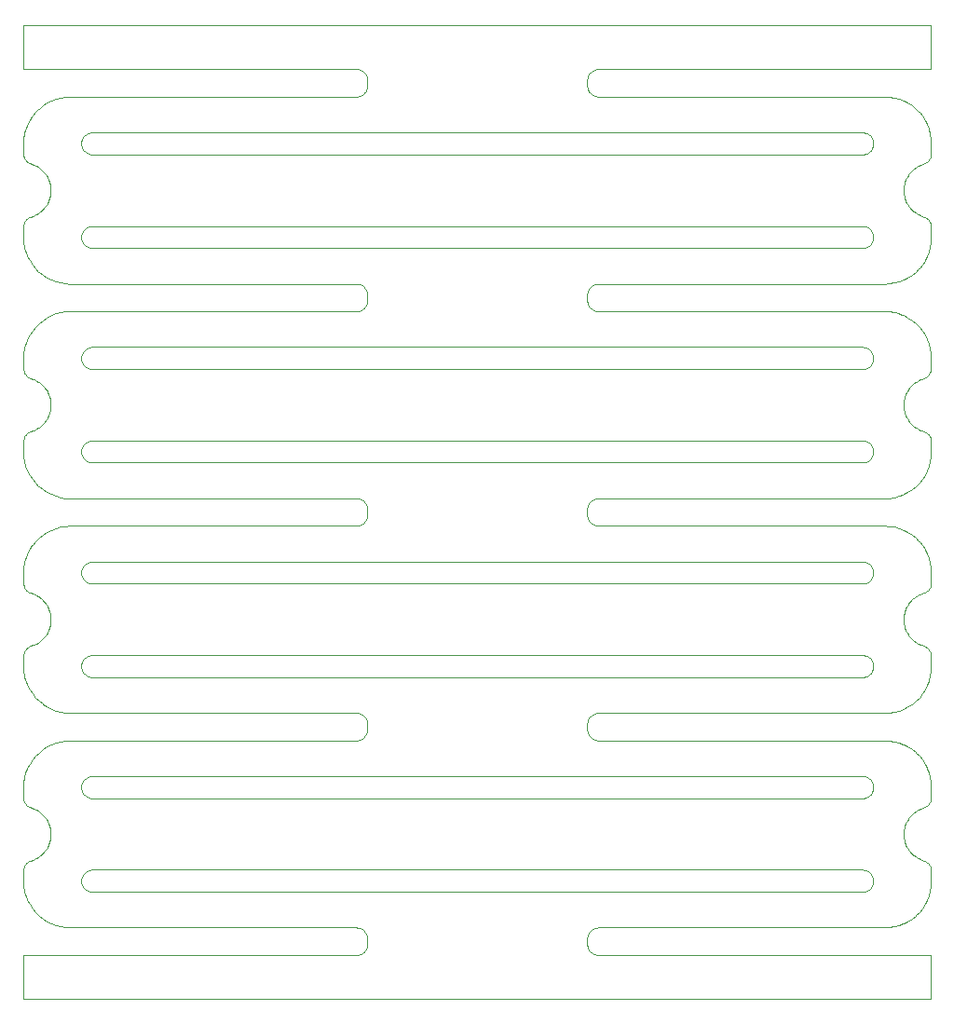
<source format=gbr>
G04 #@! TF.GenerationSoftware,KiCad,Pcbnew,5.1.5+dfsg1-2build2*
G04 #@! TF.CreationDate,2021-10-10T04:01:31+00:00*
G04 #@! TF.ProjectId,base_3.5,62617365-5f33-42e3-952e-6b696361645f,rev?*
G04 #@! TF.SameCoordinates,Original*
G04 #@! TF.FileFunction,Profile,NP*
%FSLAX46Y46*%
G04 Gerber Fmt 4.6, Leading zero omitted, Abs format (unit mm)*
G04 Created by KiCad (PCBNEW 5.1.5+dfsg1-2build2) date 2021-10-10 04:01:31*
%MOMM*%
%LPD*%
G04 APERTURE LIST*
G04 #@! TA.AperFunction,Profile*
%ADD10C,0.100000*%
G04 #@! TD*
G04 APERTURE END LIST*
D10*
X126499900Y-102715900D02*
X126401100Y-102736200D01*
X126596400Y-102685700D02*
X126499900Y-102715900D01*
X126689300Y-102645900D02*
X126596400Y-102685700D01*
X126777600Y-102596800D02*
X126689300Y-102645900D01*
X126860800Y-102538900D02*
X126777600Y-102596800D01*
X126937500Y-102473100D02*
X126860800Y-102538900D01*
X127007100Y-102399800D02*
X126937500Y-102473100D01*
X127069000Y-102319900D02*
X127007100Y-102399800D01*
X127122400Y-102234100D02*
X127069000Y-102319900D01*
X127166900Y-102143400D02*
X127122400Y-102234100D01*
X127202000Y-102048600D02*
X127166900Y-102143400D01*
X127227300Y-101950700D02*
X127202000Y-102048600D01*
X127242600Y-101850800D02*
X127227300Y-101950700D01*
X127247700Y-101749900D02*
X127242600Y-101850800D01*
X127242600Y-101649200D02*
X127247700Y-101749900D01*
X127227300Y-101549300D02*
X127242600Y-101649200D01*
X127202000Y-101451500D02*
X127227300Y-101549300D01*
X127166900Y-101356700D02*
X127202000Y-101451500D01*
X127122400Y-101266000D02*
X127166900Y-101356700D01*
X127069000Y-101180200D02*
X127122400Y-101266000D01*
X127007100Y-101100300D02*
X127069000Y-101180200D01*
X126937300Y-101026800D02*
X127007100Y-101100300D01*
X126860600Y-100961000D02*
X126937300Y-101026800D01*
X126777600Y-100903300D02*
X126860600Y-100961000D01*
X126689300Y-100854200D02*
X126777600Y-100903300D01*
X126596600Y-100814500D02*
X126689300Y-100854200D01*
X126500200Y-100784200D02*
X126596600Y-100814500D01*
X126401200Y-100763800D02*
X126500200Y-100784200D01*
X126300700Y-100753600D02*
X126401200Y-100763800D01*
X126224800Y-100751000D02*
X126300700Y-100753600D01*
X56275400Y-100751000D02*
X126224800Y-100751000D01*
X56199200Y-100753600D02*
X56275400Y-100751000D01*
X56098800Y-100763800D02*
X56199200Y-100753600D01*
X55999800Y-100784200D02*
X56098800Y-100763800D01*
X55903400Y-100814500D02*
X55999800Y-100784200D01*
X55810500Y-100854300D02*
X55903400Y-100814500D01*
X55722100Y-100903400D02*
X55810500Y-100854300D01*
X55639200Y-100961100D02*
X55722100Y-100903400D01*
X55562500Y-101027000D02*
X55639200Y-100961100D01*
X55492900Y-101100300D02*
X55562500Y-101027000D01*
X55431000Y-101180200D02*
X55492900Y-101100300D01*
X55377600Y-101266000D02*
X55431000Y-101180200D01*
X55333100Y-101356700D02*
X55377600Y-101266000D01*
X55298100Y-101451200D02*
X55333100Y-101356700D01*
X55272700Y-101549100D02*
X55298100Y-101451200D01*
X55257400Y-101649000D02*
X55272700Y-101549100D01*
X55252300Y-101749900D02*
X55257400Y-101649000D01*
X55257400Y-101850800D02*
X55252300Y-101749900D01*
X55272700Y-101950700D02*
X55257400Y-101850800D01*
X55298000Y-102048600D02*
X55272700Y-101950700D01*
X55333100Y-102143400D02*
X55298000Y-102048600D01*
X55377600Y-102234100D02*
X55333100Y-102143400D01*
X55431000Y-102319900D02*
X55377600Y-102234100D01*
X55492900Y-102399800D02*
X55431000Y-102319900D01*
X55562500Y-102473100D02*
X55492900Y-102399800D01*
X55639200Y-102538900D02*
X55562500Y-102473100D01*
X55722100Y-102596700D02*
X55639200Y-102538900D01*
X55810500Y-102645700D02*
X55722100Y-102596700D01*
X55903400Y-102685600D02*
X55810500Y-102645700D01*
X55999800Y-102715900D02*
X55903400Y-102685600D01*
X56098800Y-102736200D02*
X55999800Y-102715900D01*
X56199300Y-102746500D02*
X56098800Y-102736200D01*
X56275200Y-102749000D02*
X56199300Y-102746500D01*
X126224900Y-102749000D02*
X56275200Y-102749000D01*
X126300500Y-102746500D02*
X126224900Y-102749000D01*
X126401100Y-102736200D02*
X126300500Y-102746500D01*
X126499900Y-94215900D02*
X126401100Y-94236200D01*
X126596400Y-94185700D02*
X126499900Y-94215900D01*
X126689300Y-94145900D02*
X126596400Y-94185700D01*
X126777600Y-94096800D02*
X126689300Y-94145900D01*
X126860800Y-94038900D02*
X126777600Y-94096800D01*
X126937500Y-93973100D02*
X126860800Y-94038900D01*
X127007100Y-93899800D02*
X126937500Y-93973100D01*
X127069000Y-93819900D02*
X127007100Y-93899800D01*
X127122400Y-93734100D02*
X127069000Y-93819900D01*
X127166900Y-93643400D02*
X127122400Y-93734100D01*
X127202000Y-93548600D02*
X127166900Y-93643400D01*
X127227300Y-93450700D02*
X127202000Y-93548600D01*
X127242600Y-93350800D02*
X127227300Y-93450700D01*
X127247700Y-93249900D02*
X127242600Y-93350800D01*
X127242600Y-93149200D02*
X127247700Y-93249900D01*
X127227300Y-93049300D02*
X127242600Y-93149200D01*
X127202000Y-92951500D02*
X127227300Y-93049300D01*
X127166900Y-92856700D02*
X127202000Y-92951500D01*
X127122400Y-92766000D02*
X127166900Y-92856700D01*
X127069000Y-92680200D02*
X127122400Y-92766000D01*
X127007100Y-92600300D02*
X127069000Y-92680200D01*
X126937300Y-92526800D02*
X127007100Y-92600300D01*
X126860600Y-92461000D02*
X126937300Y-92526800D01*
X126777600Y-92403300D02*
X126860600Y-92461000D01*
X126689300Y-92354200D02*
X126777600Y-92403300D01*
X126596600Y-92314500D02*
X126689300Y-92354200D01*
X126500200Y-92284200D02*
X126596600Y-92314500D01*
X126401200Y-92263800D02*
X126500200Y-92284200D01*
X126300700Y-92253600D02*
X126401200Y-92263800D01*
X126224800Y-92251000D02*
X126300700Y-92253600D01*
X56275400Y-92251000D02*
X126224800Y-92251000D01*
X56199200Y-92253600D02*
X56275400Y-92251000D01*
X56098800Y-92263800D02*
X56199200Y-92253600D01*
X55999800Y-92284200D02*
X56098800Y-92263800D01*
X55903400Y-92314500D02*
X55999800Y-92284200D01*
X55810500Y-92354300D02*
X55903400Y-92314500D01*
X55722100Y-92403400D02*
X55810500Y-92354300D01*
X55639200Y-92461100D02*
X55722100Y-92403400D01*
X55562500Y-92527000D02*
X55639200Y-92461100D01*
X55492900Y-92600300D02*
X55562500Y-92527000D01*
X55431000Y-92680200D02*
X55492900Y-92600300D01*
X55377600Y-92766000D02*
X55431000Y-92680200D01*
X55333100Y-92856700D02*
X55377600Y-92766000D01*
X55298100Y-92951200D02*
X55333100Y-92856700D01*
X55272700Y-93049100D02*
X55298100Y-92951200D01*
X55257400Y-93149000D02*
X55272700Y-93049100D01*
X55252300Y-93249900D02*
X55257400Y-93149000D01*
X55257400Y-93350800D02*
X55252300Y-93249900D01*
X55272700Y-93450700D02*
X55257400Y-93350800D01*
X55298000Y-93548600D02*
X55272700Y-93450700D01*
X55333100Y-93643400D02*
X55298000Y-93548600D01*
X55377600Y-93734100D02*
X55333100Y-93643400D01*
X55431000Y-93819900D02*
X55377600Y-93734100D01*
X55492900Y-93899800D02*
X55431000Y-93819900D01*
X55562500Y-93973100D02*
X55492900Y-93899800D01*
X55639200Y-94038900D02*
X55562500Y-93973100D01*
X55722100Y-94096700D02*
X55639200Y-94038900D01*
X55810500Y-94145700D02*
X55722100Y-94096700D01*
X55903400Y-94185600D02*
X55810500Y-94145700D01*
X55999800Y-94215900D02*
X55903400Y-94185600D01*
X56098800Y-94236200D02*
X55999800Y-94215900D01*
X56199300Y-94246500D02*
X56098800Y-94236200D01*
X56275200Y-94249000D02*
X56199300Y-94246500D01*
X126224900Y-94249000D02*
X56275200Y-94249000D01*
X126300500Y-94246500D02*
X126224900Y-94249000D01*
X126401100Y-94236200D02*
X126300500Y-94246500D01*
X126499900Y-83215900D02*
X126401000Y-83236200D01*
X126596400Y-83185700D02*
X126499900Y-83215900D01*
X126689300Y-83145800D02*
X126596400Y-83185700D01*
X126777600Y-83096800D02*
X126689300Y-83145800D01*
X126860800Y-83038900D02*
X126777600Y-83096800D01*
X126937500Y-82973100D02*
X126860800Y-83038900D01*
X127007100Y-82899800D02*
X126937500Y-82973100D01*
X127069000Y-82819900D02*
X127007100Y-82899800D01*
X127122400Y-82734100D02*
X127069000Y-82819900D01*
X127166900Y-82643300D02*
X127122400Y-82734100D01*
X127202000Y-82548600D02*
X127166900Y-82643300D01*
X127227300Y-82450700D02*
X127202000Y-82548600D01*
X127242600Y-82350800D02*
X127227300Y-82450700D01*
X127247700Y-82249900D02*
X127242600Y-82350800D01*
X127242600Y-82149200D02*
X127247700Y-82249900D01*
X127227300Y-82049300D02*
X127242600Y-82149200D01*
X127202000Y-81951500D02*
X127227300Y-82049300D01*
X127166900Y-81856700D02*
X127202000Y-81951500D01*
X127122400Y-81765900D02*
X127166900Y-81856700D01*
X127069000Y-81680200D02*
X127122400Y-81765900D01*
X127007100Y-81600200D02*
X127069000Y-81680200D01*
X126937300Y-81526800D02*
X127007100Y-81600200D01*
X126860600Y-81461000D02*
X126937300Y-81526800D01*
X126777600Y-81403200D02*
X126860600Y-81461000D01*
X126689300Y-81354200D02*
X126777600Y-81403200D01*
X126596600Y-81314500D02*
X126689300Y-81354200D01*
X126500200Y-81284200D02*
X126596600Y-81314500D01*
X126401200Y-81263800D02*
X126500200Y-81284200D01*
X126300700Y-81253600D02*
X126401200Y-81263800D01*
X126224800Y-81251000D02*
X126300700Y-81253600D01*
X56275300Y-81251000D02*
X126224800Y-81251000D01*
X56199200Y-81253600D02*
X56275300Y-81251000D01*
X56098800Y-81263800D02*
X56199200Y-81253600D01*
X55999800Y-81284200D02*
X56098800Y-81263800D01*
X55903400Y-81314500D02*
X55999800Y-81284200D01*
X55810500Y-81354300D02*
X55903400Y-81314500D01*
X55722100Y-81403400D02*
X55810500Y-81354300D01*
X55639200Y-81461100D02*
X55722100Y-81403400D01*
X55562500Y-81527000D02*
X55639200Y-81461100D01*
X55492900Y-81600200D02*
X55562500Y-81527000D01*
X55431000Y-81680200D02*
X55492900Y-81600200D01*
X55377600Y-81765900D02*
X55431000Y-81680200D01*
X55333100Y-81856700D02*
X55377600Y-81765900D01*
X55298100Y-81951200D02*
X55333100Y-81856700D01*
X55272700Y-82049000D02*
X55298100Y-81951200D01*
X55257400Y-82148900D02*
X55272700Y-82049000D01*
X55252300Y-82249900D02*
X55257400Y-82148900D01*
X55257400Y-82350800D02*
X55252300Y-82249900D01*
X55272700Y-82450700D02*
X55257400Y-82350800D01*
X55298000Y-82548600D02*
X55272700Y-82450700D01*
X55333100Y-82643300D02*
X55298000Y-82548600D01*
X55377600Y-82734100D02*
X55333100Y-82643300D01*
X55431000Y-82819900D02*
X55377600Y-82734100D01*
X55492900Y-82899800D02*
X55431000Y-82819900D01*
X55562500Y-82973100D02*
X55492900Y-82899800D01*
X55639200Y-83038900D02*
X55562500Y-82973100D01*
X55722100Y-83096700D02*
X55639200Y-83038900D01*
X55810500Y-83145700D02*
X55722100Y-83096700D01*
X55903400Y-83185600D02*
X55810500Y-83145700D01*
X55999800Y-83215800D02*
X55903400Y-83185600D01*
X56098800Y-83236200D02*
X55999800Y-83215800D01*
X56199300Y-83246400D02*
X56098800Y-83236200D01*
X56275200Y-83249000D02*
X56199300Y-83246400D01*
X126224800Y-83249000D02*
X56275200Y-83249000D01*
X126300600Y-83246400D02*
X126224800Y-83249000D01*
X126401000Y-83236200D02*
X126300600Y-83246400D01*
X126499900Y-74715900D02*
X126401000Y-74736200D01*
X126596400Y-74685700D02*
X126499900Y-74715900D01*
X126689300Y-74645800D02*
X126596400Y-74685700D01*
X126777600Y-74596800D02*
X126689300Y-74645800D01*
X126860800Y-74538900D02*
X126777600Y-74596800D01*
X126937500Y-74473100D02*
X126860800Y-74538900D01*
X127007100Y-74399800D02*
X126937500Y-74473100D01*
X127069000Y-74319900D02*
X127007100Y-74399800D01*
X127122400Y-74234100D02*
X127069000Y-74319900D01*
X127166900Y-74143300D02*
X127122400Y-74234100D01*
X127202000Y-74048600D02*
X127166900Y-74143300D01*
X127227300Y-73950700D02*
X127202000Y-74048600D01*
X127242600Y-73850800D02*
X127227300Y-73950700D01*
X127247700Y-73749900D02*
X127242600Y-73850800D01*
X127242600Y-73649200D02*
X127247700Y-73749900D01*
X127227300Y-73549300D02*
X127242600Y-73649200D01*
X127202000Y-73451500D02*
X127227300Y-73549300D01*
X127166900Y-73356700D02*
X127202000Y-73451500D01*
X127122400Y-73265900D02*
X127166900Y-73356700D01*
X127069000Y-73180200D02*
X127122400Y-73265900D01*
X127007100Y-73100200D02*
X127069000Y-73180200D01*
X126937300Y-73026800D02*
X127007100Y-73100200D01*
X126860600Y-72961000D02*
X126937300Y-73026800D01*
X126777600Y-72903200D02*
X126860600Y-72961000D01*
X126689300Y-72854200D02*
X126777600Y-72903200D01*
X126596600Y-72814500D02*
X126689300Y-72854200D01*
X126500200Y-72784200D02*
X126596600Y-72814500D01*
X126401200Y-72763800D02*
X126500200Y-72784200D01*
X126300700Y-72753600D02*
X126401200Y-72763800D01*
X126224800Y-72751000D02*
X126300700Y-72753600D01*
X56275300Y-72751000D02*
X126224800Y-72751000D01*
X56199200Y-72753600D02*
X56275300Y-72751000D01*
X56098800Y-72763800D02*
X56199200Y-72753600D01*
X55999800Y-72784200D02*
X56098800Y-72763800D01*
X55903400Y-72814500D02*
X55999800Y-72784200D01*
X55810500Y-72854300D02*
X55903400Y-72814500D01*
X55722100Y-72903400D02*
X55810500Y-72854300D01*
X55639200Y-72961100D02*
X55722100Y-72903400D01*
X55562500Y-73027000D02*
X55639200Y-72961100D01*
X55492900Y-73100200D02*
X55562500Y-73027000D01*
X55431000Y-73180200D02*
X55492900Y-73100200D01*
X55377600Y-73265900D02*
X55431000Y-73180200D01*
X55333100Y-73356700D02*
X55377600Y-73265900D01*
X55298100Y-73451200D02*
X55333100Y-73356700D01*
X55272700Y-73549000D02*
X55298100Y-73451200D01*
X55257400Y-73648900D02*
X55272700Y-73549000D01*
X55252300Y-73749900D02*
X55257400Y-73648900D01*
X55257400Y-73850800D02*
X55252300Y-73749900D01*
X55272700Y-73950700D02*
X55257400Y-73850800D01*
X55298000Y-74048600D02*
X55272700Y-73950700D01*
X55333100Y-74143300D02*
X55298000Y-74048600D01*
X55377600Y-74234100D02*
X55333100Y-74143300D01*
X55431000Y-74319900D02*
X55377600Y-74234100D01*
X55492900Y-74399800D02*
X55431000Y-74319900D01*
X55562500Y-74473100D02*
X55492900Y-74399800D01*
X55639200Y-74538900D02*
X55562500Y-74473100D01*
X55722100Y-74596700D02*
X55639200Y-74538900D01*
X55810500Y-74645700D02*
X55722100Y-74596700D01*
X55903400Y-74685600D02*
X55810500Y-74645700D01*
X55999800Y-74715800D02*
X55903400Y-74685600D01*
X56098800Y-74736200D02*
X55999800Y-74715800D01*
X56199300Y-74746400D02*
X56098800Y-74736200D01*
X56275200Y-74749000D02*
X56199300Y-74746400D01*
X126224800Y-74749000D02*
X56275200Y-74749000D01*
X126300600Y-74746400D02*
X126224800Y-74749000D01*
X126401000Y-74736200D02*
X126300600Y-74746400D01*
X126499900Y-63715900D02*
X126401000Y-63736200D01*
X126596400Y-63685700D02*
X126499900Y-63715900D01*
X126689300Y-63645800D02*
X126596400Y-63685700D01*
X126777600Y-63596800D02*
X126689300Y-63645800D01*
X126860600Y-63539100D02*
X126777600Y-63596800D01*
X126937300Y-63473200D02*
X126860600Y-63539100D01*
X127007100Y-63399800D02*
X126937300Y-63473200D01*
X127069000Y-63319900D02*
X127007100Y-63399800D01*
X127122300Y-63234300D02*
X127069000Y-63319900D01*
X127166800Y-63143600D02*
X127122300Y-63234300D01*
X127201900Y-63048800D02*
X127166800Y-63143600D01*
X127227300Y-62951000D02*
X127201900Y-63048800D01*
X127242600Y-62851100D02*
X127227300Y-62951000D01*
X127247700Y-62750100D02*
X127242600Y-62851100D01*
X127242600Y-62649200D02*
X127247700Y-62750100D01*
X127227300Y-62549300D02*
X127242600Y-62649200D01*
X127202000Y-62451500D02*
X127227300Y-62549300D01*
X127166900Y-62356700D02*
X127202000Y-62451500D01*
X127122400Y-62265900D02*
X127166900Y-62356700D01*
X127069000Y-62180200D02*
X127122400Y-62265900D01*
X127007100Y-62100200D02*
X127069000Y-62180200D01*
X126937300Y-62026800D02*
X127007100Y-62100200D01*
X126860600Y-61960900D02*
X126937300Y-62026800D01*
X126777900Y-61903400D02*
X126860600Y-61960900D01*
X126689500Y-61854300D02*
X126777900Y-61903400D01*
X126596600Y-61814400D02*
X126689500Y-61854300D01*
X126500200Y-61784200D02*
X126596600Y-61814400D01*
X126401200Y-61763800D02*
X126500200Y-61784200D01*
X126300700Y-61753600D02*
X126401200Y-61763800D01*
X126224800Y-61751000D02*
X126300700Y-61753600D01*
X56275200Y-61751000D02*
X126224800Y-61751000D01*
X56199300Y-61753600D02*
X56275200Y-61751000D01*
X56098800Y-61763800D02*
X56199300Y-61753600D01*
X55999800Y-61784200D02*
X56098800Y-61763800D01*
X55903400Y-61814400D02*
X55999800Y-61784200D01*
X55810500Y-61854300D02*
X55903400Y-61814400D01*
X55722100Y-61903400D02*
X55810500Y-61854300D01*
X55639200Y-61961100D02*
X55722100Y-61903400D01*
X55562500Y-62027000D02*
X55639200Y-61961100D01*
X55492900Y-62100200D02*
X55562500Y-62027000D01*
X55431000Y-62180200D02*
X55492900Y-62100200D01*
X55377600Y-62265900D02*
X55431000Y-62180200D01*
X55333100Y-62356700D02*
X55377600Y-62265900D01*
X55298000Y-62451500D02*
X55333100Y-62356700D01*
X55272700Y-62549000D02*
X55298000Y-62451500D01*
X55257400Y-62648900D02*
X55272700Y-62549000D01*
X55252300Y-62749900D02*
X55257400Y-62648900D01*
X55257400Y-62850800D02*
X55252300Y-62749900D01*
X55272700Y-62950700D02*
X55257400Y-62850800D01*
X55298000Y-63048500D02*
X55272700Y-62950700D01*
X55333100Y-63143300D02*
X55298000Y-63048500D01*
X55377600Y-63234100D02*
X55333100Y-63143300D01*
X55431000Y-63319900D02*
X55377600Y-63234100D01*
X55492900Y-63399800D02*
X55431000Y-63319900D01*
X55562500Y-63473000D02*
X55492900Y-63399800D01*
X55639200Y-63538900D02*
X55562500Y-63473000D01*
X55722100Y-63596600D02*
X55639200Y-63538900D01*
X55810500Y-63645700D02*
X55722100Y-63596600D01*
X55903400Y-63685600D02*
X55810500Y-63645700D01*
X55999800Y-63715800D02*
X55903400Y-63685600D01*
X56098800Y-63736200D02*
X55999800Y-63715800D01*
X56199300Y-63746400D02*
X56098800Y-63736200D01*
X56275200Y-63749000D02*
X56199300Y-63746400D01*
X126224800Y-63749000D02*
X56275200Y-63749000D01*
X126300700Y-63746400D02*
X126224800Y-63749000D01*
X126401000Y-63736200D02*
X126300700Y-63746400D01*
X126499900Y-55215900D02*
X126401000Y-55236200D01*
X126596400Y-55185700D02*
X126499900Y-55215900D01*
X126689300Y-55145800D02*
X126596400Y-55185700D01*
X126777600Y-55096800D02*
X126689300Y-55145800D01*
X126860600Y-55039100D02*
X126777600Y-55096800D01*
X126937300Y-54973200D02*
X126860600Y-55039100D01*
X127007100Y-54899800D02*
X126937300Y-54973200D01*
X127069000Y-54819900D02*
X127007100Y-54899800D01*
X127122300Y-54734300D02*
X127069000Y-54819900D01*
X127166800Y-54643600D02*
X127122300Y-54734300D01*
X127201900Y-54548800D02*
X127166800Y-54643600D01*
X127227300Y-54451000D02*
X127201900Y-54548800D01*
X127242600Y-54351100D02*
X127227300Y-54451000D01*
X127247700Y-54250100D02*
X127242600Y-54351100D01*
X127242600Y-54149200D02*
X127247700Y-54250100D01*
X127227300Y-54049300D02*
X127242600Y-54149200D01*
X127202000Y-53951500D02*
X127227300Y-54049300D01*
X127166900Y-53856700D02*
X127202000Y-53951500D01*
X127122400Y-53765900D02*
X127166900Y-53856700D01*
X127069000Y-53680200D02*
X127122400Y-53765900D01*
X127007100Y-53600200D02*
X127069000Y-53680200D01*
X126937300Y-53526800D02*
X127007100Y-53600200D01*
X126860600Y-53460900D02*
X126937300Y-53526800D01*
X126777900Y-53403400D02*
X126860600Y-53460900D01*
X126689500Y-53354300D02*
X126777900Y-53403400D01*
X126596600Y-53314400D02*
X126689500Y-53354300D01*
X126500200Y-53284200D02*
X126596600Y-53314400D01*
X126401200Y-53263800D02*
X126500200Y-53284200D01*
X126300700Y-53253600D02*
X126401200Y-53263800D01*
X126224800Y-53251000D02*
X126300700Y-53253600D01*
X56275200Y-53251000D02*
X126224800Y-53251000D01*
X56199300Y-53253600D02*
X56275200Y-53251000D01*
X56098800Y-53263800D02*
X56199300Y-53253600D01*
X55999800Y-53284200D02*
X56098800Y-53263800D01*
X55903400Y-53314400D02*
X55999800Y-53284200D01*
X55810500Y-53354300D02*
X55903400Y-53314400D01*
X55722100Y-53403400D02*
X55810500Y-53354300D01*
X55639200Y-53461100D02*
X55722100Y-53403400D01*
X55562500Y-53527000D02*
X55639200Y-53461100D01*
X55492900Y-53600200D02*
X55562500Y-53527000D01*
X55431000Y-53680200D02*
X55492900Y-53600200D01*
X55377600Y-53765900D02*
X55431000Y-53680200D01*
X55333100Y-53856700D02*
X55377600Y-53765900D01*
X55298000Y-53951500D02*
X55333100Y-53856700D01*
X55272700Y-54049000D02*
X55298000Y-53951500D01*
X55257400Y-54148900D02*
X55272700Y-54049000D01*
X55252300Y-54249900D02*
X55257400Y-54148900D01*
X55257400Y-54350800D02*
X55252300Y-54249900D01*
X55272700Y-54450700D02*
X55257400Y-54350800D01*
X55298000Y-54548500D02*
X55272700Y-54450700D01*
X55333100Y-54643300D02*
X55298000Y-54548500D01*
X55377600Y-54734100D02*
X55333100Y-54643300D01*
X55431000Y-54819900D02*
X55377600Y-54734100D01*
X55492900Y-54899800D02*
X55431000Y-54819900D01*
X55562500Y-54973000D02*
X55492900Y-54899800D01*
X55639200Y-55038900D02*
X55562500Y-54973000D01*
X55722100Y-55096600D02*
X55639200Y-55038900D01*
X55810500Y-55145700D02*
X55722100Y-55096600D01*
X55903400Y-55185600D02*
X55810500Y-55145700D01*
X55999800Y-55215800D02*
X55903400Y-55185600D01*
X56098800Y-55236200D02*
X55999800Y-55215800D01*
X56199300Y-55246400D02*
X56098800Y-55236200D01*
X56275200Y-55249000D02*
X56199300Y-55246400D01*
X126224800Y-55249000D02*
X56275200Y-55249000D01*
X126300700Y-55246400D02*
X126224800Y-55249000D01*
X126401000Y-55236200D02*
X126300700Y-55246400D01*
X126500200Y-122215900D02*
X126400700Y-122236300D01*
X126596600Y-122185600D02*
X126500200Y-122215900D01*
X126689500Y-122145700D02*
X126596600Y-122185600D01*
X126777900Y-122096700D02*
X126689500Y-122145700D01*
X126860800Y-122038900D02*
X126777900Y-122096700D01*
X126937500Y-121973100D02*
X126860800Y-122038900D01*
X127007100Y-121899800D02*
X126937500Y-121973100D01*
X127069000Y-121819900D02*
X127007100Y-121899800D01*
X127122400Y-121734100D02*
X127069000Y-121819900D01*
X127166900Y-121643400D02*
X127122400Y-121734100D01*
X127202000Y-121548600D02*
X127166900Y-121643400D01*
X127227300Y-121450800D02*
X127202000Y-121548600D01*
X127242600Y-121350900D02*
X127227300Y-121450800D01*
X127247700Y-121249900D02*
X127242600Y-121350900D01*
X127242600Y-121149300D02*
X127247700Y-121249900D01*
X127227300Y-121049300D02*
X127242600Y-121149300D01*
X127202000Y-120951500D02*
X127227300Y-121049300D01*
X127166900Y-120856700D02*
X127202000Y-120951500D01*
X127122400Y-120766000D02*
X127166900Y-120856700D01*
X127069000Y-120680200D02*
X127122400Y-120766000D01*
X127007100Y-120600300D02*
X127069000Y-120680200D01*
X126937300Y-120526800D02*
X127007100Y-120600300D01*
X126860600Y-120461000D02*
X126937300Y-120526800D01*
X126777600Y-120403300D02*
X126860600Y-120461000D01*
X126689300Y-120354200D02*
X126777600Y-120403300D01*
X126596600Y-120314500D02*
X126689300Y-120354200D01*
X126500200Y-120284200D02*
X126596600Y-120314500D01*
X126401200Y-120263900D02*
X126500200Y-120284200D01*
X126300700Y-120253600D02*
X126401200Y-120263900D01*
X126224800Y-120251100D02*
X126300700Y-120253600D01*
X56275000Y-120251100D02*
X126224800Y-120251100D01*
X56199600Y-120253600D02*
X56275000Y-120251100D01*
X56098800Y-120263900D02*
X56199600Y-120253600D01*
X55999800Y-120284200D02*
X56098800Y-120263900D01*
X55903400Y-120314500D02*
X55999800Y-120284200D01*
X55810500Y-120354400D02*
X55903400Y-120314500D01*
X55722100Y-120403400D02*
X55810500Y-120354400D01*
X55639200Y-120461200D02*
X55722100Y-120403400D01*
X55562500Y-120527000D02*
X55639200Y-120461200D01*
X55492900Y-120600300D02*
X55562500Y-120527000D01*
X55431000Y-120680200D02*
X55492900Y-120600300D01*
X55377600Y-120766000D02*
X55431000Y-120680200D01*
X55333100Y-120856700D02*
X55377600Y-120766000D01*
X55298100Y-120951200D02*
X55333100Y-120856700D01*
X55272700Y-121049100D02*
X55298100Y-120951200D01*
X55257400Y-121149000D02*
X55272700Y-121049100D01*
X55252300Y-121249900D02*
X55257400Y-121149000D01*
X55257400Y-121350900D02*
X55252300Y-121249900D01*
X55272700Y-121450800D02*
X55257400Y-121350900D01*
X55298000Y-121548600D02*
X55272700Y-121450800D01*
X55333100Y-121643400D02*
X55298000Y-121548600D01*
X55377600Y-121734100D02*
X55333100Y-121643400D01*
X55431000Y-121819900D02*
X55377600Y-121734100D01*
X55492900Y-121899800D02*
X55431000Y-121819900D01*
X55562500Y-121973100D02*
X55492900Y-121899800D01*
X55639200Y-122038900D02*
X55562500Y-121973100D01*
X55722100Y-122096700D02*
X55639200Y-122038900D01*
X55810500Y-122145700D02*
X55722100Y-122096700D01*
X55903400Y-122185600D02*
X55810500Y-122145700D01*
X55999800Y-122215900D02*
X55903400Y-122185600D01*
X56098800Y-122236200D02*
X55999800Y-122215900D01*
X56199300Y-122246500D02*
X56098800Y-122236200D01*
X56275200Y-122249100D02*
X56199300Y-122246500D01*
X126224500Y-122249100D02*
X56275200Y-122249100D01*
X126300900Y-122246500D02*
X126224500Y-122249100D01*
X126400700Y-122236300D02*
X126300900Y-122246500D01*
X126500200Y-113715900D02*
X126400700Y-113736300D01*
X126596600Y-113685600D02*
X126500200Y-113715900D01*
X126689500Y-113645700D02*
X126596600Y-113685600D01*
X126777900Y-113596700D02*
X126689500Y-113645700D01*
X126860800Y-113538900D02*
X126777900Y-113596700D01*
X126937500Y-113473100D02*
X126860800Y-113538900D01*
X127007100Y-113399800D02*
X126937500Y-113473100D01*
X127069000Y-113319900D02*
X127007100Y-113399800D01*
X127122400Y-113234100D02*
X127069000Y-113319900D01*
X127166900Y-113143400D02*
X127122400Y-113234100D01*
X127202000Y-113048600D02*
X127166900Y-113143400D01*
X127227300Y-112950800D02*
X127202000Y-113048600D01*
X127242600Y-112850900D02*
X127227300Y-112950800D01*
X127247700Y-112749900D02*
X127242600Y-112850900D01*
X127242600Y-112649300D02*
X127247700Y-112749900D01*
X127227300Y-112549300D02*
X127242600Y-112649300D01*
X127202000Y-112451500D02*
X127227300Y-112549300D01*
X127166900Y-112356700D02*
X127202000Y-112451500D01*
X127122400Y-112266000D02*
X127166900Y-112356700D01*
X127069000Y-112180200D02*
X127122400Y-112266000D01*
X127007100Y-112100300D02*
X127069000Y-112180200D01*
X126937300Y-112026800D02*
X127007100Y-112100300D01*
X126860600Y-111961000D02*
X126937300Y-112026800D01*
X126777600Y-111903300D02*
X126860600Y-111961000D01*
X126689300Y-111854200D02*
X126777600Y-111903300D01*
X126596600Y-111814500D02*
X126689300Y-111854200D01*
X126500200Y-111784200D02*
X126596600Y-111814500D01*
X126401200Y-111763900D02*
X126500200Y-111784200D01*
X126300700Y-111753600D02*
X126401200Y-111763900D01*
X126224800Y-111751100D02*
X126300700Y-111753600D01*
X56275000Y-111751100D02*
X126224800Y-111751100D01*
X56199600Y-111753600D02*
X56275000Y-111751100D01*
X56098800Y-111763900D02*
X56199600Y-111753600D01*
X55999800Y-111784200D02*
X56098800Y-111763900D01*
X55903400Y-111814500D02*
X55999800Y-111784200D01*
X55810500Y-111854400D02*
X55903400Y-111814500D01*
X55722100Y-111903400D02*
X55810500Y-111854400D01*
X55639200Y-111961200D02*
X55722100Y-111903400D01*
X55562500Y-112027000D02*
X55639200Y-111961200D01*
X55492900Y-112100300D02*
X55562500Y-112027000D01*
X55431000Y-112180200D02*
X55492900Y-112100300D01*
X55377600Y-112266000D02*
X55431000Y-112180200D01*
X55333100Y-112356700D02*
X55377600Y-112266000D01*
X55298100Y-112451200D02*
X55333100Y-112356700D01*
X55272700Y-112549100D02*
X55298100Y-112451200D01*
X55257400Y-112649000D02*
X55272700Y-112549100D01*
X55252300Y-112749900D02*
X55257400Y-112649000D01*
X55257400Y-112850900D02*
X55252300Y-112749900D01*
X55272700Y-112950800D02*
X55257400Y-112850900D01*
X55298000Y-113048600D02*
X55272700Y-112950800D01*
X55333100Y-113143400D02*
X55298000Y-113048600D01*
X55377600Y-113234100D02*
X55333100Y-113143400D01*
X55431000Y-113319900D02*
X55377600Y-113234100D01*
X55492900Y-113399800D02*
X55431000Y-113319900D01*
X55562500Y-113473100D02*
X55492900Y-113399800D01*
X55639200Y-113538900D02*
X55562500Y-113473100D01*
X55722100Y-113596700D02*
X55639200Y-113538900D01*
X55810500Y-113645700D02*
X55722100Y-113596700D01*
X55903400Y-113685600D02*
X55810500Y-113645700D01*
X55999800Y-113715900D02*
X55903400Y-113685600D01*
X56098800Y-113736200D02*
X55999800Y-113715900D01*
X56199300Y-113746500D02*
X56098800Y-113736200D01*
X56275200Y-113749100D02*
X56199300Y-113746500D01*
X126224500Y-113749100D02*
X56275200Y-113749100D01*
X126300900Y-113746500D02*
X126224500Y-113749100D01*
X126400700Y-113736300D02*
X126300900Y-113746500D01*
X132476500Y-43499000D02*
X50009200Y-43499700D01*
X132491800Y-43499800D02*
X132476500Y-43499000D01*
X132497700Y-43503000D02*
X132491800Y-43499800D01*
X132500200Y-43508200D02*
X132497700Y-43503000D01*
X132501000Y-43523500D02*
X132500200Y-43508200D01*
X132501000Y-47475500D02*
X132501000Y-43523500D01*
X132499700Y-47492700D02*
X132501000Y-47475500D01*
X132496300Y-47497400D02*
X132499700Y-47492700D01*
X132491800Y-47499200D02*
X132496300Y-47497400D01*
X102241300Y-47500000D02*
X132491800Y-47499200D01*
X102144000Y-47504800D02*
X102241300Y-47500000D01*
X102047900Y-47519000D02*
X102144000Y-47504800D01*
X101953600Y-47542600D02*
X102047900Y-47519000D01*
X101862200Y-47575400D02*
X101953600Y-47542600D01*
X101774300Y-47616900D02*
X101862200Y-47575400D01*
X101691000Y-47666900D02*
X101774300Y-47616900D01*
X101613000Y-47724700D02*
X101691000Y-47666900D01*
X101541000Y-47790000D02*
X101613000Y-47724700D01*
X101475700Y-47862000D02*
X101541000Y-47790000D01*
X101417900Y-47940000D02*
X101475700Y-47862000D01*
X101367900Y-48023300D02*
X101417900Y-47940000D01*
X101326400Y-48111100D02*
X101367900Y-48023300D01*
X101293700Y-48202600D02*
X101326400Y-48111100D01*
X101270000Y-48296900D02*
X101293700Y-48202600D01*
X101255800Y-48393000D02*
X101270000Y-48296900D01*
X101251000Y-48490200D02*
X101255800Y-48393000D01*
X101251000Y-49008800D02*
X101251000Y-48490200D01*
X101255800Y-49106000D02*
X101251000Y-49008800D01*
X101270000Y-49202100D02*
X101255800Y-49106000D01*
X101293700Y-49296400D02*
X101270000Y-49202100D01*
X101326400Y-49387900D02*
X101293700Y-49296400D01*
X101367900Y-49475700D02*
X101326400Y-49387900D01*
X101417900Y-49559000D02*
X101367900Y-49475700D01*
X101475700Y-49637000D02*
X101417900Y-49559000D01*
X101541000Y-49709000D02*
X101475700Y-49637000D01*
X101613000Y-49774300D02*
X101541000Y-49709000D01*
X101691000Y-49832100D02*
X101613000Y-49774300D01*
X101774300Y-49882100D02*
X101691000Y-49832100D01*
X101862200Y-49923600D02*
X101774300Y-49882100D01*
X101953600Y-49956400D02*
X101862200Y-49923600D01*
X102047900Y-49980000D02*
X101953600Y-49956400D01*
X102144000Y-49994200D02*
X102047900Y-49980000D01*
X102241300Y-49999000D02*
X102144000Y-49994200D01*
X128243400Y-49999000D02*
X102241300Y-49999000D01*
X128694100Y-50022600D02*
X128243400Y-49999000D01*
X129121100Y-50089900D02*
X128694100Y-50022600D01*
X129146500Y-50095300D02*
X129121100Y-50089900D01*
X129550900Y-50203600D02*
X129146500Y-50095300D01*
X129575900Y-50211800D02*
X129550900Y-50203600D01*
X129979200Y-50367000D02*
X129575900Y-50211800D01*
X130375600Y-50569000D02*
X129979200Y-50367000D01*
X130748300Y-50811000D02*
X130375600Y-50569000D01*
X131084200Y-51082600D02*
X130748300Y-50811000D01*
X131103800Y-51100200D02*
X131084200Y-51082600D01*
X131399800Y-51396200D02*
X131103800Y-51100200D01*
X131417400Y-51415700D02*
X131399800Y-51396200D01*
X131689000Y-51751800D02*
X131417400Y-51415700D01*
X131931100Y-52124500D02*
X131689000Y-51751800D01*
X132133100Y-52520900D02*
X131931100Y-52124500D01*
X132288200Y-52924100D02*
X132133100Y-52520900D01*
X132296300Y-52949100D02*
X132288200Y-52924100D01*
X132404700Y-53353400D02*
X132296300Y-52949100D01*
X132410200Y-53379100D02*
X132404700Y-53353400D01*
X132477400Y-53806000D02*
X132410200Y-53379100D01*
X132501000Y-54256500D02*
X132477400Y-53806000D01*
X132501000Y-55139700D02*
X132501000Y-54256500D01*
X132495900Y-55244100D02*
X132501000Y-55139700D01*
X132481400Y-55341600D02*
X132495900Y-55244100D01*
X132457200Y-55437700D02*
X132481400Y-55341600D01*
X132423900Y-55530500D02*
X132457200Y-55437700D01*
X132387300Y-55608200D02*
X132423900Y-55530500D01*
X132375600Y-55630000D02*
X132387300Y-55608200D01*
X132323700Y-55713800D02*
X132375600Y-55630000D01*
X132272100Y-55782500D02*
X132323700Y-55713800D01*
X132214100Y-55846600D02*
X132272100Y-55782500D01*
X132196500Y-55864100D02*
X132214100Y-55846600D01*
X132132400Y-55921400D02*
X132196500Y-55864100D01*
X132062800Y-55973000D02*
X132132400Y-55921400D01*
X131968400Y-56030200D02*
X132062800Y-55973000D01*
X131879100Y-56072000D02*
X131968400Y-56030200D01*
X131600100Y-56170700D02*
X131879100Y-56072000D01*
X131509400Y-56207800D02*
X131600100Y-56170700D01*
X131375300Y-56270600D02*
X131509400Y-56207800D01*
X131288700Y-56316400D02*
X131375300Y-56270600D01*
X131161400Y-56392000D02*
X131288700Y-56316400D01*
X131079800Y-56446200D02*
X131161400Y-56392000D01*
X130960600Y-56533900D02*
X131079800Y-56446200D01*
X130884600Y-56595900D02*
X130960600Y-56533900D01*
X130774600Y-56694900D02*
X130884600Y-56595900D01*
X130705100Y-56764000D02*
X130774600Y-56694900D01*
X130605400Y-56873400D02*
X130705100Y-56764000D01*
X130543000Y-56949000D02*
X130605400Y-56873400D01*
X130454500Y-57067700D02*
X130543000Y-56949000D01*
X130399900Y-57149100D02*
X130454500Y-57067700D01*
X130323600Y-57275900D02*
X130399900Y-57149100D01*
X130277200Y-57362300D02*
X130323600Y-57275900D01*
X130213700Y-57496000D02*
X130277200Y-57362300D01*
X130176000Y-57586500D02*
X130213700Y-57496000D01*
X130126000Y-57725800D02*
X130176000Y-57586500D01*
X130097400Y-57819500D02*
X130126000Y-57725800D01*
X130061300Y-57963100D02*
X130097400Y-57819500D01*
X130042200Y-58059200D02*
X130061300Y-57963100D01*
X130020400Y-58205600D02*
X130042200Y-58059200D01*
X130010700Y-58303100D02*
X130020400Y-58205600D01*
X130003400Y-58451000D02*
X130010700Y-58303100D01*
X130003400Y-58549000D02*
X130003400Y-58451000D01*
X130010700Y-58696900D02*
X130003400Y-58549000D01*
X130020400Y-58794400D02*
X130010700Y-58696900D01*
X130042200Y-58940800D02*
X130020400Y-58794400D01*
X130061300Y-59036900D02*
X130042200Y-58940800D01*
X130097400Y-59180500D02*
X130061300Y-59036900D01*
X130126000Y-59274200D02*
X130097400Y-59180500D01*
X130176000Y-59413500D02*
X130126000Y-59274200D01*
X130213700Y-59504000D02*
X130176000Y-59413500D01*
X130277200Y-59637700D02*
X130213700Y-59504000D01*
X130323600Y-59724100D02*
X130277200Y-59637700D01*
X130399900Y-59850900D02*
X130323600Y-59724100D01*
X130454500Y-59932300D02*
X130399900Y-59850900D01*
X130543000Y-60051000D02*
X130454500Y-59932300D01*
X130605400Y-60126600D02*
X130543000Y-60051000D01*
X130705100Y-60236000D02*
X130605400Y-60126600D01*
X130774600Y-60305100D02*
X130705100Y-60236000D01*
X130884600Y-60404100D02*
X130774600Y-60305100D01*
X130960600Y-60466100D02*
X130884600Y-60404100D01*
X131079800Y-60553800D02*
X130960600Y-60466100D01*
X131161500Y-60608000D02*
X131079800Y-60553800D01*
X131288700Y-60683600D02*
X131161500Y-60608000D01*
X131375300Y-60729500D02*
X131288700Y-60683600D01*
X131509400Y-60792200D02*
X131375300Y-60729500D01*
X131600100Y-60829300D02*
X131509400Y-60792200D01*
X131878700Y-60927800D02*
X131600100Y-60829300D01*
X131957100Y-60964100D02*
X131878700Y-60927800D01*
X131978900Y-60975700D02*
X131957100Y-60964100D01*
X132052700Y-61019900D02*
X131978900Y-60975700D01*
X132122500Y-61070900D02*
X132052700Y-61019900D01*
X132141700Y-61086500D02*
X132122500Y-61070900D01*
X132205400Y-61144300D02*
X132141700Y-61086500D01*
X132263800Y-61207900D02*
X132205400Y-61144300D01*
X132279400Y-61226800D02*
X132263800Y-61207900D01*
X132337500Y-61306700D02*
X132279400Y-61226800D01*
X132381600Y-61380600D02*
X132337500Y-61306700D01*
X132418900Y-61458500D02*
X132381600Y-61380600D01*
X132428400Y-61481300D02*
X132418900Y-61458500D01*
X132460600Y-61574500D02*
X132428400Y-61481300D01*
X132481400Y-61658400D02*
X132460600Y-61574500D01*
X132496700Y-61767700D02*
X132481400Y-61658400D01*
X132501000Y-61860300D02*
X132496700Y-61767700D01*
X132501000Y-62743400D02*
X132501000Y-61860300D01*
X132477400Y-63194100D02*
X132501000Y-62743400D01*
X132407800Y-63633500D02*
X132477400Y-63194100D01*
X132292500Y-64063800D02*
X132407800Y-63633500D01*
X132138200Y-64466700D02*
X132292500Y-64063800D01*
X132127500Y-64490700D02*
X132138200Y-64466700D01*
X131937500Y-64863800D02*
X132127500Y-64490700D01*
X131924300Y-64886500D02*
X131937500Y-64863800D01*
X131689000Y-65248300D02*
X131924300Y-64886500D01*
X131417400Y-65584200D02*
X131689000Y-65248300D01*
X131399800Y-65603800D02*
X131417400Y-65584200D01*
X131094400Y-65908700D02*
X131399800Y-65603800D01*
X130748700Y-66188700D02*
X131094400Y-65908700D01*
X130375500Y-66431100D02*
X130748700Y-66188700D01*
X129978600Y-66633300D02*
X130375500Y-66431100D01*
X129563700Y-66792500D02*
X129978600Y-66633300D01*
X129134000Y-66907700D02*
X129563700Y-66792500D01*
X128694500Y-66977300D02*
X129134000Y-66907700D01*
X128249900Y-67000900D02*
X128694500Y-66977300D01*
X102241300Y-67001000D02*
X128249900Y-67000900D01*
X102144000Y-67005800D02*
X102241300Y-67001000D01*
X102047900Y-67020000D02*
X102144000Y-67005800D01*
X101953600Y-67043600D02*
X102047900Y-67020000D01*
X101862200Y-67076400D02*
X101953600Y-67043600D01*
X101774300Y-67117900D02*
X101862200Y-67076400D01*
X101691000Y-67167900D02*
X101774300Y-67117900D01*
X101613000Y-67225700D02*
X101691000Y-67167900D01*
X101541000Y-67291000D02*
X101613000Y-67225700D01*
X101475700Y-67363000D02*
X101541000Y-67291000D01*
X101417900Y-67441000D02*
X101475700Y-67363000D01*
X101367900Y-67524300D02*
X101417900Y-67441000D01*
X101326400Y-67612100D02*
X101367900Y-67524300D01*
X101293700Y-67703600D02*
X101326400Y-67612100D01*
X101270000Y-67797900D02*
X101293700Y-67703600D01*
X101255800Y-67894000D02*
X101270000Y-67797900D01*
X101251000Y-67991200D02*
X101255800Y-67894000D01*
X101251000Y-68508800D02*
X101251000Y-67991200D01*
X101255800Y-68606000D02*
X101251000Y-68508800D01*
X101270000Y-68702100D02*
X101255800Y-68606000D01*
X101293700Y-68796400D02*
X101270000Y-68702100D01*
X101326400Y-68887900D02*
X101293700Y-68796400D01*
X101367900Y-68975700D02*
X101326400Y-68887900D01*
X101417900Y-69059000D02*
X101367900Y-68975700D01*
X101475700Y-69137000D02*
X101417900Y-69059000D01*
X101541000Y-69209000D02*
X101475700Y-69137000D01*
X101613000Y-69274300D02*
X101541000Y-69209000D01*
X101691000Y-69332200D02*
X101613000Y-69274300D01*
X101774300Y-69382100D02*
X101691000Y-69332200D01*
X101862200Y-69423600D02*
X101774300Y-69382100D01*
X101953600Y-69456400D02*
X101862200Y-69423600D01*
X102047900Y-69480000D02*
X101953600Y-69456400D01*
X102144000Y-69494200D02*
X102047900Y-69480000D01*
X102241300Y-69499000D02*
X102144000Y-69494200D01*
X128243400Y-69499000D02*
X102241300Y-69499000D01*
X128694600Y-69522700D02*
X128243400Y-69499000D01*
X129134000Y-69592300D02*
X128694600Y-69522700D01*
X129550900Y-69703700D02*
X129134000Y-69592300D01*
X129575900Y-69711800D02*
X129550900Y-69703700D01*
X129966700Y-69861800D02*
X129575900Y-69711800D01*
X129990700Y-69872500D02*
X129966700Y-69861800D01*
X130375100Y-70068700D02*
X129990700Y-69872500D01*
X130737600Y-70303700D02*
X130375100Y-70068700D01*
X130758900Y-70319200D02*
X130737600Y-70303700D01*
X131094100Y-70591000D02*
X130758900Y-70319200D01*
X131408700Y-70905600D02*
X131094100Y-70591000D01*
X131688700Y-71251400D02*
X131408700Y-70905600D01*
X131931300Y-71624900D02*
X131688700Y-71251400D01*
X132133100Y-72020900D02*
X131931300Y-71624900D01*
X132288200Y-72424100D02*
X132133100Y-72020900D01*
X132296300Y-72449100D02*
X132288200Y-72424100D01*
X132404700Y-72853500D02*
X132296300Y-72449100D01*
X132410200Y-72879200D02*
X132404700Y-72853500D01*
X132477400Y-73306000D02*
X132410200Y-72879200D01*
X132500900Y-73750100D02*
X132477400Y-73306000D01*
X132500900Y-74646100D02*
X132500900Y-73750100D01*
X132495900Y-74744100D02*
X132500900Y-74646100D01*
X132483400Y-74829700D02*
X132495900Y-74744100D01*
X132478600Y-74853900D02*
X132483400Y-74829700D01*
X132457300Y-74937200D02*
X132478600Y-74853900D01*
X132428400Y-75018700D02*
X132457300Y-74937200D01*
X132418900Y-75041500D02*
X132428400Y-75018700D01*
X132381500Y-75119500D02*
X132418900Y-75041500D01*
X132330900Y-75203500D02*
X132381500Y-75119500D01*
X132272100Y-75282600D02*
X132330900Y-75203500D01*
X132214100Y-75346600D02*
X132272100Y-75282600D01*
X132196500Y-75364100D02*
X132214100Y-75346600D01*
X132132100Y-75421700D02*
X132196500Y-75364100D01*
X132052700Y-75480100D02*
X132132100Y-75421700D01*
X131957300Y-75535800D02*
X132052700Y-75480100D01*
X131878600Y-75572200D02*
X131957300Y-75535800D01*
X131600100Y-75670700D02*
X131878600Y-75572200D01*
X131509400Y-75707800D02*
X131600100Y-75670700D01*
X131375300Y-75770600D02*
X131509400Y-75707800D01*
X131288700Y-75816400D02*
X131375300Y-75770600D01*
X131161400Y-75892000D02*
X131288700Y-75816400D01*
X131079800Y-75946200D02*
X131161400Y-75892000D01*
X130960600Y-76033900D02*
X131079800Y-75946200D01*
X130884600Y-76095900D02*
X130960600Y-76033900D01*
X130774600Y-76194900D02*
X130884600Y-76095900D01*
X130705100Y-76264000D02*
X130774600Y-76194900D01*
X130605400Y-76373400D02*
X130705100Y-76264000D01*
X130543000Y-76449000D02*
X130605400Y-76373400D01*
X130454500Y-76567700D02*
X130543000Y-76449000D01*
X130399900Y-76649100D02*
X130454500Y-76567700D01*
X130323600Y-76775900D02*
X130399900Y-76649100D01*
X130277200Y-76862300D02*
X130323600Y-76775900D01*
X130213700Y-76996000D02*
X130277200Y-76862300D01*
X130176000Y-77086500D02*
X130213700Y-76996000D01*
X130126000Y-77225800D02*
X130176000Y-77086500D01*
X130097400Y-77319500D02*
X130126000Y-77225800D01*
X130061300Y-77463100D02*
X130097400Y-77319500D01*
X130042200Y-77559200D02*
X130061300Y-77463100D01*
X130020400Y-77705600D02*
X130042200Y-77559200D01*
X130010700Y-77803200D02*
X130020400Y-77705600D01*
X130003400Y-77951000D02*
X130010700Y-77803200D01*
X130003400Y-78049000D02*
X130003400Y-77951000D01*
X130010700Y-78196900D02*
X130003400Y-78049000D01*
X130020400Y-78294400D02*
X130010700Y-78196900D01*
X130042200Y-78440800D02*
X130020400Y-78294400D01*
X130061300Y-78536900D02*
X130042200Y-78440800D01*
X130097400Y-78680500D02*
X130061300Y-78536900D01*
X130126000Y-78774200D02*
X130097400Y-78680500D01*
X130176000Y-78913600D02*
X130126000Y-78774200D01*
X130213700Y-79004100D02*
X130176000Y-78913600D01*
X130277200Y-79137800D02*
X130213700Y-79004100D01*
X130323600Y-79224100D02*
X130277200Y-79137800D01*
X130399900Y-79350900D02*
X130323600Y-79224100D01*
X130454500Y-79432300D02*
X130399900Y-79350900D01*
X130543000Y-79551000D02*
X130454500Y-79432300D01*
X130605400Y-79626600D02*
X130543000Y-79551000D01*
X130705100Y-79736000D02*
X130605400Y-79626600D01*
X130774600Y-79805100D02*
X130705100Y-79736000D01*
X130884600Y-79904200D02*
X130774600Y-79805100D01*
X130960600Y-79966100D02*
X130884600Y-79904200D01*
X131079800Y-80053900D02*
X130960600Y-79966100D01*
X131161500Y-80108000D02*
X131079800Y-80053900D01*
X131288700Y-80183600D02*
X131161500Y-80108000D01*
X131375300Y-80229500D02*
X131288700Y-80183600D01*
X131509400Y-80292200D02*
X131375300Y-80229500D01*
X131600100Y-80329300D02*
X131509400Y-80292200D01*
X131879100Y-80428000D02*
X131600100Y-80329300D01*
X131968400Y-80469800D02*
X131879100Y-80428000D01*
X132062800Y-80527000D02*
X131968400Y-80469800D01*
X132141700Y-80586500D02*
X132062800Y-80527000D01*
X132205400Y-80644300D02*
X132141700Y-80586500D01*
X132263800Y-80707900D02*
X132205400Y-80644300D01*
X132279500Y-80727000D02*
X132263800Y-80707900D01*
X132330700Y-80796100D02*
X132279500Y-80727000D01*
X132381600Y-80880600D02*
X132330700Y-80796100D01*
X132423900Y-80969600D02*
X132381600Y-80880600D01*
X132457400Y-81062800D02*
X132423900Y-80969600D01*
X132481400Y-81158400D02*
X132457400Y-81062800D01*
X132494300Y-81243400D02*
X132481400Y-81158400D01*
X132496800Y-81268000D02*
X132494300Y-81243400D01*
X132501000Y-81360300D02*
X132496800Y-81268000D01*
X132500900Y-82249900D02*
X132501000Y-81360300D01*
X132477300Y-82694600D02*
X132500900Y-82249900D01*
X132407700Y-83134100D02*
X132477300Y-82694600D01*
X132296400Y-83550900D02*
X132407700Y-83134100D01*
X132288200Y-83575900D02*
X132296400Y-83550900D01*
X132138200Y-83966800D02*
X132288200Y-83575900D01*
X132127500Y-83990800D02*
X132138200Y-83966800D01*
X131931300Y-84375100D02*
X132127500Y-83990800D01*
X131696300Y-84737600D02*
X131931300Y-84375100D01*
X131680900Y-84758900D02*
X131696300Y-84737600D01*
X131409000Y-85094100D02*
X131680900Y-84758900D01*
X131094400Y-85408700D02*
X131409000Y-85094100D01*
X130748200Y-85689000D02*
X131094400Y-85408700D01*
X130386500Y-85924300D02*
X130748200Y-85689000D01*
X130363800Y-85937500D02*
X130386500Y-85924300D01*
X129990800Y-86127500D02*
X130363800Y-85937500D01*
X129966800Y-86138200D02*
X129990800Y-86127500D01*
X129563700Y-86292600D02*
X129966800Y-86138200D01*
X129146600Y-86404700D02*
X129563700Y-86292600D01*
X129120900Y-86410200D02*
X129146600Y-86404700D01*
X128694500Y-86477400D02*
X129120900Y-86410200D01*
X128249900Y-86500900D02*
X128694500Y-86477400D01*
X102241300Y-86501000D02*
X128249900Y-86500900D01*
X102144000Y-86505800D02*
X102241300Y-86501000D01*
X102047900Y-86520000D02*
X102144000Y-86505800D01*
X101953600Y-86543700D02*
X102047900Y-86520000D01*
X101862200Y-86576400D02*
X101953600Y-86543700D01*
X101774300Y-86617900D02*
X101862200Y-86576400D01*
X101691000Y-86667900D02*
X101774300Y-86617900D01*
X101613000Y-86725700D02*
X101691000Y-86667900D01*
X101541000Y-86791000D02*
X101613000Y-86725700D01*
X101475700Y-86863000D02*
X101541000Y-86791000D01*
X101417900Y-86941000D02*
X101475700Y-86863000D01*
X101367900Y-87024300D02*
X101417900Y-86941000D01*
X101326400Y-87112200D02*
X101367900Y-87024300D01*
X101293700Y-87203600D02*
X101326400Y-87112200D01*
X101270000Y-87297900D02*
X101293700Y-87203600D01*
X101255800Y-87394000D02*
X101270000Y-87297900D01*
X101251000Y-87491300D02*
X101255800Y-87394000D01*
X101251000Y-88008800D02*
X101251000Y-87491300D01*
X101255800Y-88106000D02*
X101251000Y-88008800D01*
X101270000Y-88202100D02*
X101255800Y-88106000D01*
X101293700Y-88296400D02*
X101270000Y-88202100D01*
X101326400Y-88387900D02*
X101293700Y-88296400D01*
X101367900Y-88475700D02*
X101326400Y-88387900D01*
X101417900Y-88559000D02*
X101367900Y-88475700D01*
X101475700Y-88637100D02*
X101417900Y-88559000D01*
X101541000Y-88709000D02*
X101475700Y-88637100D01*
X101613000Y-88774300D02*
X101541000Y-88709000D01*
X101691000Y-88832200D02*
X101613000Y-88774300D01*
X101774300Y-88882100D02*
X101691000Y-88832200D01*
X101862200Y-88923600D02*
X101774300Y-88882100D01*
X101953600Y-88956400D02*
X101862200Y-88923600D01*
X102047900Y-88980000D02*
X101953600Y-88956400D01*
X102144000Y-88994200D02*
X102047900Y-88980000D01*
X102241300Y-88999000D02*
X102144000Y-88994200D01*
X128249900Y-88999100D02*
X102241300Y-88999000D01*
X128681200Y-89021600D02*
X128249900Y-88999100D01*
X128707300Y-89024400D02*
X128681200Y-89021600D01*
X129133500Y-89092200D02*
X128707300Y-89024400D01*
X129550900Y-89203700D02*
X129133500Y-89092200D01*
X129575900Y-89211800D02*
X129550900Y-89203700D01*
X129978700Y-89366800D02*
X129575900Y-89211800D01*
X130375100Y-89568700D02*
X129978700Y-89366800D01*
X130748700Y-89811400D02*
X130375100Y-89568700D01*
X131084200Y-90082600D02*
X130748700Y-89811400D01*
X131103800Y-90100200D02*
X131084200Y-90082600D01*
X131399800Y-90396200D02*
X131103800Y-90100200D01*
X131417400Y-90415800D02*
X131399800Y-90396200D01*
X131688700Y-90751400D02*
X131417400Y-90415800D01*
X131924300Y-91113500D02*
X131688700Y-90751400D01*
X131937400Y-91136200D02*
X131924300Y-91113500D01*
X132133100Y-91520900D02*
X131937400Y-91136200D01*
X132292500Y-91936300D02*
X132133100Y-91520900D01*
X132407800Y-92366600D02*
X132292500Y-91936300D01*
X132475700Y-92792700D02*
X132407800Y-92366600D01*
X132478400Y-92818500D02*
X132475700Y-92792700D01*
X132501000Y-93256400D02*
X132478400Y-92818500D01*
X132501000Y-94139700D02*
X132501000Y-93256400D01*
X132496800Y-94232000D02*
X132501000Y-94139700D01*
X132494300Y-94256700D02*
X132496800Y-94232000D01*
X132481400Y-94341700D02*
X132494300Y-94256700D01*
X132457300Y-94437300D02*
X132481400Y-94341700D01*
X132424000Y-94530000D02*
X132457300Y-94437300D01*
X132381500Y-94619500D02*
X132424000Y-94530000D01*
X132330700Y-94703900D02*
X132381500Y-94619500D01*
X132279600Y-94773000D02*
X132330700Y-94703900D01*
X132263800Y-94792100D02*
X132279600Y-94773000D01*
X132205700Y-94855400D02*
X132263800Y-94792100D01*
X132141700Y-94913500D02*
X132205700Y-94855400D01*
X132062800Y-94973100D02*
X132141700Y-94913500D01*
X131968400Y-95030300D02*
X132062800Y-94973100D01*
X131879100Y-95072000D02*
X131968400Y-95030300D01*
X131600100Y-95170800D02*
X131879100Y-95072000D01*
X131509400Y-95207900D02*
X131600100Y-95170800D01*
X131375300Y-95270600D02*
X131509400Y-95207900D01*
X131288700Y-95316400D02*
X131375300Y-95270600D01*
X131161400Y-95392000D02*
X131288700Y-95316400D01*
X131079800Y-95446200D02*
X131161400Y-95392000D01*
X130960600Y-95534000D02*
X131079800Y-95446200D01*
X130884600Y-95595900D02*
X130960600Y-95534000D01*
X130774600Y-95695000D02*
X130884600Y-95595900D01*
X130705100Y-95764100D02*
X130774600Y-95695000D01*
X130605400Y-95873500D02*
X130705100Y-95764100D01*
X130543000Y-95949100D02*
X130605400Y-95873500D01*
X130454500Y-96067800D02*
X130543000Y-95949100D01*
X130399900Y-96149100D02*
X130454500Y-96067800D01*
X130323600Y-96275900D02*
X130399900Y-96149100D01*
X130277200Y-96362300D02*
X130323600Y-96275900D01*
X130213700Y-96496000D02*
X130277200Y-96362300D01*
X130176000Y-96586500D02*
X130213700Y-96496000D01*
X130126000Y-96725800D02*
X130176000Y-96586500D01*
X130097400Y-96819600D02*
X130126000Y-96725800D01*
X130061300Y-96963100D02*
X130097400Y-96819600D01*
X130042200Y-97059200D02*
X130061300Y-96963100D01*
X130020400Y-97205600D02*
X130042200Y-97059200D01*
X130010700Y-97303200D02*
X130020400Y-97205600D01*
X130003400Y-97451000D02*
X130010700Y-97303200D01*
X130003400Y-97549000D02*
X130003400Y-97451000D01*
X130010700Y-97696900D02*
X130003400Y-97549000D01*
X130020400Y-97794400D02*
X130010700Y-97696900D01*
X130042200Y-97940800D02*
X130020400Y-97794400D01*
X130061300Y-98036900D02*
X130042200Y-97940800D01*
X130097400Y-98180500D02*
X130061300Y-98036900D01*
X130126000Y-98274300D02*
X130097400Y-98180500D01*
X130176000Y-98413600D02*
X130126000Y-98274300D01*
X130213700Y-98504100D02*
X130176000Y-98413600D01*
X130277200Y-98637800D02*
X130213700Y-98504100D01*
X130323600Y-98724100D02*
X130277200Y-98637800D01*
X130399900Y-98850900D02*
X130323600Y-98724100D01*
X130454500Y-98932300D02*
X130399900Y-98850900D01*
X130543000Y-99051000D02*
X130454500Y-98932300D01*
X130605400Y-99126600D02*
X130543000Y-99051000D01*
X130705100Y-99236000D02*
X130605400Y-99126600D01*
X130774600Y-99305100D02*
X130705100Y-99236000D01*
X130884600Y-99404200D02*
X130774600Y-99305100D01*
X130960600Y-99466100D02*
X130884600Y-99404200D01*
X131079800Y-99553900D02*
X130960600Y-99466100D01*
X131161500Y-99608000D02*
X131079800Y-99553900D01*
X131288700Y-99683600D02*
X131161500Y-99608000D01*
X131375300Y-99729500D02*
X131288700Y-99683600D01*
X131509400Y-99792200D02*
X131375300Y-99729500D01*
X131600100Y-99829300D02*
X131509400Y-99792200D01*
X131867300Y-99923500D02*
X131600100Y-99829300D01*
X131890200Y-99932900D02*
X131867300Y-99923500D01*
X131968000Y-99969600D02*
X131890200Y-99932900D01*
X132042400Y-100013500D02*
X131968000Y-99969600D01*
X132063000Y-100027100D02*
X132042400Y-100013500D01*
X132132500Y-100078700D02*
X132063000Y-100027100D01*
X132205400Y-100144300D02*
X132132500Y-100078700D01*
X132271800Y-100217100D02*
X132205400Y-100144300D01*
X132330700Y-100296200D02*
X132271800Y-100217100D01*
X132375500Y-100370000D02*
X132330700Y-100296200D01*
X132387200Y-100391800D02*
X132375500Y-100370000D01*
X132428400Y-100481400D02*
X132387200Y-100391800D01*
X132457400Y-100562900D02*
X132428400Y-100481400D01*
X132481400Y-100658500D02*
X132457400Y-100562900D01*
X132495800Y-100755500D02*
X132481400Y-100658500D01*
X132500900Y-100854200D02*
X132495800Y-100755500D01*
X132501000Y-101743400D02*
X132500900Y-100854200D01*
X132478400Y-102181500D02*
X132501000Y-101743400D01*
X132475700Y-102207400D02*
X132478400Y-102181500D01*
X132407800Y-102633600D02*
X132475700Y-102207400D01*
X132296400Y-103050900D02*
X132407800Y-102633600D01*
X132288200Y-103075900D02*
X132296400Y-103050900D01*
X132133300Y-103478700D02*
X132288200Y-103075900D01*
X131931300Y-103875200D02*
X132133300Y-103478700D01*
X131689000Y-104248300D02*
X131931300Y-103875200D01*
X131409000Y-104594100D02*
X131689000Y-104248300D01*
X131094400Y-104908700D02*
X131409000Y-104594100D01*
X130748700Y-105188700D02*
X131094400Y-104908700D01*
X130375500Y-105431100D02*
X130748700Y-105188700D01*
X129979100Y-105633100D02*
X130375500Y-105431100D01*
X129563700Y-105792600D02*
X129979100Y-105633100D01*
X129134000Y-105907800D02*
X129563700Y-105792600D01*
X128694500Y-105977400D02*
X129134000Y-105907800D01*
X128256600Y-106000700D02*
X128694500Y-105977400D01*
X102241300Y-106001000D02*
X128256600Y-106000700D01*
X102144000Y-106005800D02*
X102241300Y-106001000D01*
X102047900Y-106020100D02*
X102144000Y-106005800D01*
X101953600Y-106043700D02*
X102047900Y-106020100D01*
X101862200Y-106076400D02*
X101953600Y-106043700D01*
X101774300Y-106117900D02*
X101862200Y-106076400D01*
X101691000Y-106167900D02*
X101774300Y-106117900D01*
X101613000Y-106225800D02*
X101691000Y-106167900D01*
X101541000Y-106291000D02*
X101613000Y-106225800D01*
X101475700Y-106363000D02*
X101541000Y-106291000D01*
X101417900Y-106441000D02*
X101475700Y-106363000D01*
X101367900Y-106524300D02*
X101417900Y-106441000D01*
X101326400Y-106612200D02*
X101367900Y-106524300D01*
X101293700Y-106703600D02*
X101326400Y-106612200D01*
X101270000Y-106797900D02*
X101293700Y-106703600D01*
X101255800Y-106894000D02*
X101270000Y-106797900D01*
X101251000Y-106991300D02*
X101255800Y-106894000D01*
X101251000Y-107508800D02*
X101251000Y-106991300D01*
X101255800Y-107606100D02*
X101251000Y-107508800D01*
X101270000Y-107702200D02*
X101255800Y-107606100D01*
X101293700Y-107796500D02*
X101270000Y-107702200D01*
X101326400Y-107887900D02*
X101293700Y-107796500D01*
X101367900Y-107975800D02*
X101326400Y-107887900D01*
X101417900Y-108059100D02*
X101367900Y-107975800D01*
X101475700Y-108137100D02*
X101417900Y-108059100D01*
X101541000Y-108209100D02*
X101475700Y-108137100D01*
X101613000Y-108274400D02*
X101541000Y-108209100D01*
X101691000Y-108332200D02*
X101613000Y-108274400D01*
X101774300Y-108382200D02*
X101691000Y-108332200D01*
X101862200Y-108423700D02*
X101774300Y-108382200D01*
X101953600Y-108456400D02*
X101862200Y-108423700D01*
X102047900Y-108480000D02*
X101953600Y-108456400D01*
X102144000Y-108494300D02*
X102047900Y-108480000D01*
X102241300Y-108499100D02*
X102144000Y-108494300D01*
X128249900Y-108499200D02*
X102241300Y-108499100D01*
X128694600Y-108522700D02*
X128249900Y-108499200D01*
X129134000Y-108592300D02*
X128694600Y-108522700D01*
X129563800Y-108707500D02*
X129134000Y-108592300D01*
X129966700Y-108861800D02*
X129563800Y-108707500D01*
X129990700Y-108872500D02*
X129966700Y-108861800D01*
X130363800Y-109062600D02*
X129990700Y-108872500D01*
X130386500Y-109075700D02*
X130363800Y-109062600D01*
X130748300Y-109311100D02*
X130386500Y-109075700D01*
X131084200Y-109582700D02*
X130748300Y-109311100D01*
X131103800Y-109600200D02*
X131084200Y-109582700D01*
X131408700Y-109905600D02*
X131103800Y-109600200D01*
X131688700Y-110251400D02*
X131408700Y-109905600D01*
X131931300Y-110625000D02*
X131688700Y-110251400D01*
X132127500Y-111009300D02*
X131931300Y-110625000D01*
X132138200Y-111033300D02*
X132127500Y-111009300D01*
X132288200Y-111424100D02*
X132138200Y-111033300D01*
X132296300Y-111449100D02*
X132288200Y-111424100D01*
X132407700Y-111866100D02*
X132296300Y-111449100D01*
X132475700Y-112292700D02*
X132407700Y-111866100D01*
X132478400Y-112318800D02*
X132475700Y-112292700D01*
X132500900Y-112750200D02*
X132478400Y-112318800D01*
X132501000Y-113639800D02*
X132500900Y-112750200D01*
X132496800Y-113732100D02*
X132501000Y-113639800D01*
X132494300Y-113756700D02*
X132496800Y-113732100D01*
X132481400Y-113841700D02*
X132494300Y-113756700D01*
X132457300Y-113937300D02*
X132481400Y-113841700D01*
X132424000Y-114030100D02*
X132457300Y-113937300D01*
X132381800Y-114119100D02*
X132424000Y-114030100D01*
X132330700Y-114204000D02*
X132381800Y-114119100D01*
X132279600Y-114273000D02*
X132330700Y-114204000D01*
X132263800Y-114292100D02*
X132279600Y-114273000D01*
X132205700Y-114355500D02*
X132263800Y-114292100D01*
X132141700Y-114413500D02*
X132205700Y-114355500D01*
X132062800Y-114473100D02*
X132141700Y-114413500D01*
X131968400Y-114530300D02*
X132062800Y-114473100D01*
X131879100Y-114572100D02*
X131968400Y-114530300D01*
X131600100Y-114670800D02*
X131879100Y-114572100D01*
X131509400Y-114707900D02*
X131600100Y-114670800D01*
X131375300Y-114770600D02*
X131509400Y-114707900D01*
X131288700Y-114816500D02*
X131375300Y-114770600D01*
X131161400Y-114892100D02*
X131288700Y-114816500D01*
X131079800Y-114946200D02*
X131161400Y-114892100D01*
X130960600Y-115034000D02*
X131079800Y-114946200D01*
X130884600Y-115095900D02*
X130960600Y-115034000D01*
X130774600Y-115195000D02*
X130884600Y-115095900D01*
X130705100Y-115264100D02*
X130774600Y-115195000D01*
X130605400Y-115373500D02*
X130705100Y-115264100D01*
X130543000Y-115449100D02*
X130605400Y-115373500D01*
X130454500Y-115567800D02*
X130543000Y-115449100D01*
X130399900Y-115649100D02*
X130454500Y-115567800D01*
X130323600Y-115776000D02*
X130399900Y-115649100D01*
X130277200Y-115862300D02*
X130323600Y-115776000D01*
X130213700Y-115996000D02*
X130277200Y-115862300D01*
X130176000Y-116086500D02*
X130213700Y-115996000D01*
X130126000Y-116225800D02*
X130176000Y-116086500D01*
X130097400Y-116319600D02*
X130126000Y-116225800D01*
X130061300Y-116463100D02*
X130097400Y-116319600D01*
X130042200Y-116559300D02*
X130061300Y-116463100D01*
X130020400Y-116705700D02*
X130042200Y-116559300D01*
X130010700Y-116803200D02*
X130020400Y-116705700D01*
X130003400Y-116951000D02*
X130010700Y-116803200D01*
X130003400Y-117049100D02*
X130003400Y-116951000D01*
X130010700Y-117196900D02*
X130003400Y-117049100D01*
X130020400Y-117294400D02*
X130010700Y-117196900D01*
X130042200Y-117440900D02*
X130020400Y-117294400D01*
X130061300Y-117537000D02*
X130042200Y-117440900D01*
X130097400Y-117680500D02*
X130061300Y-117537000D01*
X130126000Y-117774300D02*
X130097400Y-117680500D01*
X130176000Y-117913600D02*
X130126000Y-117774300D01*
X130213700Y-118004100D02*
X130176000Y-117913600D01*
X130277200Y-118137800D02*
X130213700Y-118004100D01*
X130323600Y-118224100D02*
X130277200Y-118137800D01*
X130399900Y-118351000D02*
X130323600Y-118224100D01*
X130454500Y-118432300D02*
X130399900Y-118351000D01*
X130543000Y-118551000D02*
X130454500Y-118432300D01*
X130605400Y-118626600D02*
X130543000Y-118551000D01*
X130705100Y-118736000D02*
X130605400Y-118626600D01*
X130774600Y-118805100D02*
X130705100Y-118736000D01*
X130884600Y-118904200D02*
X130774600Y-118805100D01*
X130960600Y-118966100D02*
X130884600Y-118904200D01*
X131079800Y-119053900D02*
X130960600Y-118966100D01*
X131161500Y-119108000D02*
X131079800Y-119053900D01*
X131288700Y-119183600D02*
X131161500Y-119108000D01*
X131375300Y-119229500D02*
X131288700Y-119183600D01*
X131509400Y-119292200D02*
X131375300Y-119229500D01*
X131600100Y-119329300D02*
X131509400Y-119292200D01*
X131878700Y-119427900D02*
X131600100Y-119329300D01*
X131957300Y-119464300D02*
X131878700Y-119427900D01*
X132052700Y-119520000D02*
X131957300Y-119464300D01*
X132132100Y-119578400D02*
X132052700Y-119520000D01*
X132196500Y-119636000D02*
X132132100Y-119578400D01*
X132214100Y-119653400D02*
X132196500Y-119636000D01*
X132272100Y-119717500D02*
X132214100Y-119653400D01*
X132330700Y-119796200D02*
X132272100Y-119717500D01*
X132375500Y-119870000D02*
X132330700Y-119796200D01*
X132387200Y-119891800D02*
X132375500Y-119870000D01*
X132423900Y-119969600D02*
X132387200Y-119891800D01*
X132453400Y-120050900D02*
X132423900Y-119969600D01*
X132460600Y-120074500D02*
X132453400Y-120050900D01*
X132483400Y-120170400D02*
X132460600Y-120074500D01*
X132495900Y-120256000D02*
X132483400Y-120170400D01*
X132500900Y-120354300D02*
X132495900Y-120256000D01*
X132500900Y-121250000D02*
X132500900Y-120354300D01*
X132477300Y-121694700D02*
X132500900Y-121250000D01*
X132407800Y-122133600D02*
X132477300Y-121694700D01*
X132296400Y-122551000D02*
X132407800Y-122133600D01*
X132288200Y-122576000D02*
X132296400Y-122551000D01*
X132133300Y-122978700D02*
X132288200Y-122576000D01*
X131931000Y-123375600D02*
X132133300Y-122978700D01*
X131696300Y-123737700D02*
X131931000Y-123375600D01*
X131680900Y-123758900D02*
X131696300Y-123737700D01*
X131409000Y-124094100D02*
X131680900Y-123758900D01*
X131103800Y-124399800D02*
X131409000Y-124094100D01*
X131084300Y-124417400D02*
X131103800Y-124399800D01*
X130748700Y-124688800D02*
X131084300Y-124417400D01*
X130375100Y-124931400D02*
X130748700Y-124688800D01*
X129990800Y-125127600D02*
X130375100Y-124931400D01*
X129966800Y-125138200D02*
X129990800Y-125127600D01*
X129563700Y-125292600D02*
X129966800Y-125138200D01*
X129146600Y-125404800D02*
X129563700Y-125292600D01*
X129120900Y-125410200D02*
X129146600Y-125404800D01*
X128707100Y-125475700D02*
X129120900Y-125410200D01*
X128681200Y-125478500D02*
X128707100Y-125475700D01*
X128243500Y-125501100D02*
X128681200Y-125478500D01*
X102241300Y-125501100D02*
X128243500Y-125501100D01*
X102144000Y-125505800D02*
X102241300Y-125501100D01*
X102047900Y-125520100D02*
X102144000Y-125505800D01*
X101953600Y-125543700D02*
X102047900Y-125520100D01*
X101862200Y-125576400D02*
X101953600Y-125543700D01*
X101774300Y-125618000D02*
X101862200Y-125576400D01*
X101691000Y-125667900D02*
X101774300Y-125618000D01*
X101613000Y-125725800D02*
X101691000Y-125667900D01*
X101541000Y-125791000D02*
X101613000Y-125725800D01*
X101475700Y-125863000D02*
X101541000Y-125791000D01*
X101417900Y-125941100D02*
X101475700Y-125863000D01*
X101367900Y-126024400D02*
X101417900Y-125941100D01*
X101326400Y-126112200D02*
X101367900Y-126024400D01*
X101293700Y-126203700D02*
X101326400Y-126112200D01*
X101270000Y-126297900D02*
X101293700Y-126203700D01*
X101255800Y-126394000D02*
X101270000Y-126297900D01*
X101251000Y-126491300D02*
X101255800Y-126394000D01*
X101251000Y-127009800D02*
X101251000Y-126491300D01*
X101255800Y-127107100D02*
X101251000Y-127009800D01*
X101270000Y-127203200D02*
X101255800Y-127107100D01*
X101293700Y-127297400D02*
X101270000Y-127203200D01*
X101326400Y-127388900D02*
X101293700Y-127297400D01*
X101367900Y-127476700D02*
X101326400Y-127388900D01*
X101417900Y-127560100D02*
X101367900Y-127476700D01*
X101475700Y-127638100D02*
X101417900Y-127560100D01*
X101541000Y-127710100D02*
X101475700Y-127638100D01*
X101613000Y-127775300D02*
X101541000Y-127710100D01*
X101691000Y-127833200D02*
X101613000Y-127775300D01*
X101774300Y-127883200D02*
X101691000Y-127833200D01*
X101862200Y-127924700D02*
X101774300Y-127883200D01*
X101953600Y-127957400D02*
X101862200Y-127924700D01*
X102047900Y-127981000D02*
X101953600Y-127957400D01*
X102144000Y-127995300D02*
X102047900Y-127981000D01*
X102241300Y-128000100D02*
X102144000Y-127995300D01*
X132491800Y-128000900D02*
X102241300Y-128000100D01*
X132496300Y-128002700D02*
X132491800Y-128000900D01*
X132499700Y-128007400D02*
X132496300Y-128002700D01*
X132501000Y-128024600D02*
X132499700Y-128007400D01*
X132501000Y-131976500D02*
X132501000Y-128024600D01*
X132500200Y-131991900D02*
X132501000Y-131976500D01*
X132497000Y-131997800D02*
X132500200Y-131991900D01*
X132491800Y-132000300D02*
X132497000Y-131997800D01*
X132476500Y-132001100D02*
X132491800Y-132000300D01*
X50023500Y-132001100D02*
X132476500Y-132001100D01*
X50008200Y-132000300D02*
X50023500Y-132001100D01*
X50002300Y-131997100D02*
X50008200Y-132000300D01*
X49999800Y-131991900D02*
X50002300Y-131997100D01*
X49999000Y-131976500D02*
X49999800Y-131991900D01*
X49999000Y-128024600D02*
X49999000Y-131976500D01*
X50000300Y-128007400D02*
X49999000Y-128024600D01*
X50003000Y-128003300D02*
X50000300Y-128007400D01*
X50008200Y-128000900D02*
X50003000Y-128003300D01*
X80258800Y-128000100D02*
X50008200Y-128000900D01*
X80356000Y-127995300D02*
X80258800Y-128000100D01*
X80452100Y-127981000D02*
X80356000Y-127995300D01*
X80546400Y-127957400D02*
X80452100Y-127981000D01*
X80637900Y-127924700D02*
X80546400Y-127957400D01*
X80725700Y-127883200D02*
X80637900Y-127924700D01*
X80809000Y-127833200D02*
X80725700Y-127883200D01*
X80887100Y-127775300D02*
X80809000Y-127833200D01*
X80959000Y-127710100D02*
X80887100Y-127775300D01*
X81024300Y-127638100D02*
X80959000Y-127710100D01*
X81082200Y-127560100D02*
X81024300Y-127638100D01*
X81132100Y-127476700D02*
X81082200Y-127560100D01*
X81173600Y-127388900D02*
X81132100Y-127476700D01*
X81206400Y-127297400D02*
X81173600Y-127388900D01*
X81230000Y-127203200D02*
X81206400Y-127297400D01*
X81244200Y-127107100D02*
X81230000Y-127203200D01*
X81249000Y-127009800D02*
X81244200Y-127107100D01*
X81249000Y-126491300D02*
X81249000Y-127009800D01*
X81244200Y-126394000D02*
X81249000Y-126491300D01*
X81230000Y-126297900D02*
X81244200Y-126394000D01*
X81206400Y-126203700D02*
X81230000Y-126297900D01*
X81173600Y-126112200D02*
X81206400Y-126203700D01*
X81132100Y-126024400D02*
X81173600Y-126112200D01*
X81082200Y-125941100D02*
X81132100Y-126024400D01*
X81024300Y-125863000D02*
X81082200Y-125941100D01*
X80959000Y-125791100D02*
X81024300Y-125863000D01*
X80887100Y-125725800D02*
X80959000Y-125791100D01*
X80809000Y-125667900D02*
X80887100Y-125725800D01*
X80725700Y-125618000D02*
X80809000Y-125667900D01*
X80637900Y-125576500D02*
X80725700Y-125618000D01*
X80546400Y-125543700D02*
X80637900Y-125576500D01*
X80452100Y-125520100D02*
X80546400Y-125543700D01*
X80356000Y-125505900D02*
X80452100Y-125520100D01*
X80258800Y-125501100D02*
X80356000Y-125505900D01*
X54256600Y-125501100D02*
X80258800Y-125501100D01*
X53805900Y-125477400D02*
X54256600Y-125501100D01*
X53378900Y-125410200D02*
X53805900Y-125477400D01*
X53353500Y-125404800D02*
X53378900Y-125410200D01*
X52949100Y-125296400D02*
X53353500Y-125404800D01*
X52924100Y-125288300D02*
X52949100Y-125296400D01*
X52520800Y-125133100D02*
X52924100Y-125288300D01*
X52124400Y-124931100D02*
X52520800Y-125133100D01*
X51751700Y-124689000D02*
X52124400Y-124931100D01*
X51415800Y-124417400D02*
X51751700Y-124689000D01*
X51396200Y-124399900D02*
X51415800Y-124417400D01*
X51100200Y-124103800D02*
X51396200Y-124399900D01*
X51082600Y-124084300D02*
X51100200Y-124103800D01*
X50811000Y-123748300D02*
X51082600Y-124084300D01*
X50568900Y-123375600D02*
X50811000Y-123748300D01*
X50366900Y-122979200D02*
X50568900Y-123375600D01*
X50211800Y-122576000D02*
X50366900Y-122979200D01*
X50203700Y-122551000D02*
X50211800Y-122576000D01*
X50095300Y-122146600D02*
X50203700Y-122551000D01*
X50089800Y-122120900D02*
X50095300Y-122146600D01*
X50022600Y-121694100D02*
X50089800Y-122120900D01*
X49999000Y-121243500D02*
X50022600Y-121694100D01*
X49999000Y-120360400D02*
X49999000Y-121243500D01*
X50004100Y-120255900D02*
X49999000Y-120360400D01*
X50018600Y-120158400D02*
X50004100Y-120255900D01*
X50042800Y-120062400D02*
X50018600Y-120158400D01*
X50076100Y-119969600D02*
X50042800Y-120062400D01*
X50112700Y-119891900D02*
X50076100Y-119969600D01*
X50124400Y-119870100D02*
X50112700Y-119891900D01*
X50176300Y-119786300D02*
X50124400Y-119870100D01*
X50227900Y-119717500D02*
X50176300Y-119786300D01*
X50285900Y-119653400D02*
X50227900Y-119717500D01*
X50303500Y-119636000D02*
X50285900Y-119653400D01*
X50367600Y-119578700D02*
X50303500Y-119636000D01*
X50437200Y-119527000D02*
X50367600Y-119578700D01*
X50531700Y-119469800D02*
X50437200Y-119527000D01*
X50620900Y-119428000D02*
X50531700Y-119469800D01*
X50899900Y-119329300D02*
X50620900Y-119428000D01*
X50990600Y-119292200D02*
X50899900Y-119329300D01*
X51124700Y-119229500D02*
X50990600Y-119292200D01*
X51211300Y-119183600D02*
X51124700Y-119229500D01*
X51338600Y-119108000D02*
X51211300Y-119183600D01*
X51420200Y-119053900D02*
X51338600Y-119108000D01*
X51539400Y-118966100D02*
X51420200Y-119053900D01*
X51615400Y-118904200D02*
X51539400Y-118966100D01*
X51725400Y-118805100D02*
X51615400Y-118904200D01*
X51794900Y-118736000D02*
X51725400Y-118805100D01*
X51894600Y-118626600D02*
X51794900Y-118736000D01*
X51957000Y-118551000D02*
X51894600Y-118626600D01*
X52045500Y-118432300D02*
X51957000Y-118551000D01*
X52100100Y-118351000D02*
X52045500Y-118432300D01*
X52176400Y-118224100D02*
X52100100Y-118351000D01*
X52222800Y-118137800D02*
X52176400Y-118224100D01*
X52286300Y-118004100D02*
X52222800Y-118137800D01*
X52324000Y-117913600D02*
X52286300Y-118004100D01*
X52374000Y-117774300D02*
X52324000Y-117913600D01*
X52402600Y-117680500D02*
X52374000Y-117774300D01*
X52438700Y-117537000D02*
X52402600Y-117680500D01*
X52457800Y-117440900D02*
X52438700Y-117537000D01*
X52479700Y-117294400D02*
X52457800Y-117440900D01*
X52489300Y-117196900D02*
X52479700Y-117294400D01*
X52496600Y-117049100D02*
X52489300Y-117196900D01*
X52496600Y-116951000D02*
X52496600Y-117049100D01*
X52489300Y-116803200D02*
X52496600Y-116951000D01*
X52479700Y-116705700D02*
X52489300Y-116803200D01*
X52457800Y-116559300D02*
X52479700Y-116705700D01*
X52438700Y-116463100D02*
X52457800Y-116559300D01*
X52402600Y-116319600D02*
X52438700Y-116463100D01*
X52374000Y-116225800D02*
X52402600Y-116319600D01*
X52324000Y-116086500D02*
X52374000Y-116225800D01*
X52286300Y-115996000D02*
X52324000Y-116086500D01*
X52222800Y-115862300D02*
X52286300Y-115996000D01*
X52176400Y-115776000D02*
X52222800Y-115862300D01*
X52100100Y-115649100D02*
X52176400Y-115776000D01*
X52045500Y-115567800D02*
X52100100Y-115649100D01*
X51957000Y-115449100D02*
X52045500Y-115567800D01*
X51894600Y-115373500D02*
X51957000Y-115449100D01*
X51794900Y-115264100D02*
X51894600Y-115373500D01*
X51725400Y-115195000D02*
X51794900Y-115264100D01*
X51615400Y-115095900D02*
X51725400Y-115195000D01*
X51539400Y-115034000D02*
X51615400Y-115095900D01*
X51420200Y-114946200D02*
X51539400Y-115034000D01*
X51338600Y-114892100D02*
X51420200Y-114946200D01*
X51211300Y-114816500D02*
X51338600Y-114892100D01*
X51124700Y-114770600D02*
X51211300Y-114816500D01*
X50990600Y-114707900D02*
X51124700Y-114770600D01*
X50899900Y-114670800D02*
X50990600Y-114707900D01*
X50621300Y-114572200D02*
X50899900Y-114670800D01*
X50542900Y-114535900D02*
X50621300Y-114572200D01*
X50521100Y-114524300D02*
X50542900Y-114535900D01*
X50447300Y-114480200D02*
X50521100Y-114524300D01*
X50377500Y-114429200D02*
X50447300Y-114480200D01*
X50358300Y-114413600D02*
X50377500Y-114429200D01*
X50294600Y-114355800D02*
X50358300Y-114413600D01*
X50236200Y-114292100D02*
X50294600Y-114355800D01*
X50220600Y-114273200D02*
X50236200Y-114292100D01*
X50162500Y-114193300D02*
X50220600Y-114273200D01*
X50118400Y-114119500D02*
X50162500Y-114193300D01*
X50081100Y-114041600D02*
X50118400Y-114119500D01*
X50071600Y-114018700D02*
X50081100Y-114041600D01*
X50039400Y-113925600D02*
X50071600Y-114018700D01*
X50018600Y-113841600D02*
X50039400Y-113925600D01*
X50003300Y-113732300D02*
X50018600Y-113841600D01*
X49999000Y-113639800D02*
X50003300Y-113732300D01*
X49999000Y-112756700D02*
X49999000Y-113639800D01*
X50022600Y-112306000D02*
X49999000Y-112756700D01*
X50092200Y-111866500D02*
X50022600Y-112306000D01*
X50207500Y-111436300D02*
X50092200Y-111866500D01*
X50361800Y-111033300D02*
X50207500Y-111436300D01*
X50372500Y-111009300D02*
X50361800Y-111033300D01*
X50562500Y-110636300D02*
X50372500Y-111009300D01*
X50575700Y-110613500D02*
X50562500Y-110636300D01*
X50811000Y-110251800D02*
X50575700Y-110613500D01*
X51082600Y-109915800D02*
X50811000Y-110251800D01*
X51100200Y-109896300D02*
X51082600Y-109915800D01*
X51405600Y-109591400D02*
X51100200Y-109896300D01*
X51751300Y-109311300D02*
X51405600Y-109591400D01*
X52124500Y-109069000D02*
X51751300Y-109311300D01*
X52521400Y-108866800D02*
X52124500Y-109069000D01*
X52936300Y-108707500D02*
X52521400Y-108866800D01*
X53366000Y-108592300D02*
X52936300Y-108707500D01*
X53805500Y-108522700D02*
X53366000Y-108592300D01*
X54250100Y-108499100D02*
X53805500Y-108522700D01*
X80258800Y-108499100D02*
X54250100Y-108499100D01*
X80356000Y-108494300D02*
X80258800Y-108499100D01*
X80452100Y-108480000D02*
X80356000Y-108494300D01*
X80546400Y-108456400D02*
X80452100Y-108480000D01*
X80637900Y-108423700D02*
X80546400Y-108456400D01*
X80725700Y-108382200D02*
X80637900Y-108423700D01*
X80809000Y-108332200D02*
X80725700Y-108382200D01*
X80887100Y-108274300D02*
X80809000Y-108332200D01*
X80959000Y-108209100D02*
X80887100Y-108274300D01*
X81024300Y-108137100D02*
X80959000Y-108209100D01*
X81082200Y-108059100D02*
X81024300Y-108137100D01*
X81132100Y-107975700D02*
X81082200Y-108059100D01*
X81173600Y-107887900D02*
X81132100Y-107975700D01*
X81206400Y-107796400D02*
X81173600Y-107887900D01*
X81230000Y-107702200D02*
X81206400Y-107796400D01*
X81244200Y-107606100D02*
X81230000Y-107702200D01*
X81249000Y-107508800D02*
X81244200Y-107606100D01*
X81249000Y-106991300D02*
X81249000Y-107508800D01*
X81244200Y-106894000D02*
X81249000Y-106991300D01*
X81230000Y-106797900D02*
X81244200Y-106894000D01*
X81206400Y-106703600D02*
X81230000Y-106797900D01*
X81173600Y-106612200D02*
X81206400Y-106703600D01*
X81132100Y-106524300D02*
X81173600Y-106612200D01*
X81082200Y-106441000D02*
X81132100Y-106524300D01*
X81024300Y-106363000D02*
X81082200Y-106441000D01*
X80959000Y-106291000D02*
X81024300Y-106363000D01*
X80887100Y-106225700D02*
X80959000Y-106291000D01*
X80809000Y-106167900D02*
X80887100Y-106225700D01*
X80725700Y-106117900D02*
X80809000Y-106167900D01*
X80637900Y-106076400D02*
X80725700Y-106117900D01*
X80546400Y-106043700D02*
X80637900Y-106076400D01*
X80452100Y-106020000D02*
X80546400Y-106043700D01*
X80356000Y-106005800D02*
X80452100Y-106020000D01*
X80258800Y-106001000D02*
X80356000Y-106005800D01*
X54256500Y-106001000D02*
X80258800Y-106001000D01*
X53805400Y-105977400D02*
X54256500Y-106001000D01*
X53366000Y-105907700D02*
X53805400Y-105977400D01*
X52949100Y-105796400D02*
X53366000Y-105907700D01*
X52924100Y-105788300D02*
X52949100Y-105796400D01*
X52533300Y-105638200D02*
X52924100Y-105788300D01*
X52509300Y-105627600D02*
X52533300Y-105638200D01*
X52124900Y-105431300D02*
X52509300Y-105627600D01*
X51762400Y-105196300D02*
X52124900Y-105431300D01*
X51741100Y-105180900D02*
X51762400Y-105196300D01*
X51405900Y-104909000D02*
X51741100Y-105180900D01*
X51091300Y-104594500D02*
X51405900Y-104909000D01*
X50811300Y-104248700D02*
X51091300Y-104594500D01*
X50568700Y-103875100D02*
X50811300Y-104248700D01*
X50366900Y-103479100D02*
X50568700Y-103875100D01*
X50211800Y-103076000D02*
X50366900Y-103479100D01*
X50203700Y-103051000D02*
X50211800Y-103076000D01*
X50095300Y-102646600D02*
X50203700Y-103051000D01*
X50089800Y-102620900D02*
X50095300Y-102646600D01*
X50022600Y-102194100D02*
X50089800Y-102620900D01*
X49999100Y-101749900D02*
X50022600Y-102194100D01*
X49999100Y-100853900D02*
X49999100Y-101749900D01*
X50004100Y-100755900D02*
X49999100Y-100853900D01*
X50016600Y-100670400D02*
X50004100Y-100755900D01*
X50021400Y-100646100D02*
X50016600Y-100670400D01*
X50042700Y-100562800D02*
X50021400Y-100646100D01*
X50071600Y-100481400D02*
X50042700Y-100562800D01*
X50081100Y-100458500D02*
X50071600Y-100481400D01*
X50118500Y-100380600D02*
X50081100Y-100458500D01*
X50169100Y-100296500D02*
X50118500Y-100380600D01*
X50227900Y-100217500D02*
X50169100Y-100296500D01*
X50285900Y-100153400D02*
X50227900Y-100217500D01*
X50303500Y-100136000D02*
X50285900Y-100153400D01*
X50367900Y-100078300D02*
X50303500Y-100136000D01*
X50447300Y-100019900D02*
X50367900Y-100078300D01*
X50542700Y-99964300D02*
X50447300Y-100019900D01*
X50621400Y-99927800D02*
X50542700Y-99964300D01*
X50899900Y-99829300D02*
X50621400Y-99927800D01*
X50990600Y-99792200D02*
X50899900Y-99829300D01*
X51124700Y-99729500D02*
X50990600Y-99792200D01*
X51211300Y-99683600D02*
X51124700Y-99729500D01*
X51338600Y-99608000D02*
X51211300Y-99683600D01*
X51420200Y-99553900D02*
X51338600Y-99608000D01*
X51539400Y-99466100D02*
X51420200Y-99553900D01*
X51615400Y-99404200D02*
X51539400Y-99466100D01*
X51725400Y-99305100D02*
X51615400Y-99404200D01*
X51794900Y-99236000D02*
X51725400Y-99305100D01*
X51894600Y-99126600D02*
X51794900Y-99236000D01*
X51957000Y-99051000D02*
X51894600Y-99126600D01*
X52045500Y-98932300D02*
X51957000Y-99051000D01*
X52100100Y-98850900D02*
X52045500Y-98932300D01*
X52176400Y-98724100D02*
X52100100Y-98850900D01*
X52222800Y-98637800D02*
X52176400Y-98724100D01*
X52286300Y-98504100D02*
X52222800Y-98637800D01*
X52324000Y-98413600D02*
X52286300Y-98504100D01*
X52374000Y-98274300D02*
X52324000Y-98413600D01*
X52402600Y-98180500D02*
X52374000Y-98274300D01*
X52438700Y-98036900D02*
X52402600Y-98180500D01*
X52457800Y-97940800D02*
X52438700Y-98036900D01*
X52479700Y-97794400D02*
X52457800Y-97940800D01*
X52489300Y-97696900D02*
X52479700Y-97794400D01*
X52496600Y-97549000D02*
X52489300Y-97696900D01*
X52496600Y-97451000D02*
X52496600Y-97549000D01*
X52489300Y-97303200D02*
X52496600Y-97451000D01*
X52479700Y-97205600D02*
X52489300Y-97303200D01*
X52457800Y-97059200D02*
X52479700Y-97205600D01*
X52438700Y-96963100D02*
X52457800Y-97059200D01*
X52402600Y-96819600D02*
X52438700Y-96963100D01*
X52374000Y-96725800D02*
X52402600Y-96819600D01*
X52324000Y-96586500D02*
X52374000Y-96725800D01*
X52286300Y-96496000D02*
X52324000Y-96586500D01*
X52222800Y-96362300D02*
X52286300Y-96496000D01*
X52176400Y-96275900D02*
X52222800Y-96362300D01*
X52100100Y-96149100D02*
X52176400Y-96275900D01*
X52045500Y-96067800D02*
X52100100Y-96149100D01*
X51957000Y-95949100D02*
X52045500Y-96067800D01*
X51894600Y-95873500D02*
X51957000Y-95949100D01*
X51794900Y-95764100D02*
X51894600Y-95873500D01*
X51725400Y-95695000D02*
X51794900Y-95764100D01*
X51615400Y-95595900D02*
X51725400Y-95695000D01*
X51539400Y-95534000D02*
X51615400Y-95595900D01*
X51420200Y-95446200D02*
X51539400Y-95534000D01*
X51338600Y-95392000D02*
X51420200Y-95446200D01*
X51211300Y-95316400D02*
X51338600Y-95392000D01*
X51124700Y-95270600D02*
X51211300Y-95316400D01*
X50990600Y-95207900D02*
X51124700Y-95270600D01*
X50899900Y-95170800D02*
X50990600Y-95207900D01*
X50620900Y-95072000D02*
X50899900Y-95170800D01*
X50531600Y-95030200D02*
X50620900Y-95072000D01*
X50437200Y-94973100D02*
X50531600Y-95030200D01*
X50358300Y-94913500D02*
X50437200Y-94973100D01*
X50294600Y-94855800D02*
X50358300Y-94913500D01*
X50236200Y-94792100D02*
X50294600Y-94855800D01*
X50220500Y-94773000D02*
X50236200Y-94792100D01*
X50169300Y-94703900D02*
X50220500Y-94773000D01*
X50118400Y-94619500D02*
X50169300Y-94703900D01*
X50076100Y-94530400D02*
X50118400Y-94619500D01*
X50042600Y-94437200D02*
X50076100Y-94530400D01*
X50018600Y-94341600D02*
X50042600Y-94437200D01*
X50005700Y-94256700D02*
X50018600Y-94341600D01*
X50003200Y-94232100D02*
X50005700Y-94256700D01*
X49999000Y-94139800D02*
X50003200Y-94232100D01*
X49999100Y-93250100D02*
X49999000Y-94139800D01*
X50022700Y-92805400D02*
X49999100Y-93250100D01*
X50092300Y-92366000D02*
X50022700Y-92805400D01*
X50203600Y-91949100D02*
X50092300Y-92366000D01*
X50211800Y-91924100D02*
X50203600Y-91949100D01*
X50361800Y-91533300D02*
X50211800Y-91924100D01*
X50372500Y-91509300D02*
X50361800Y-91533300D01*
X50568700Y-91124900D02*
X50372500Y-91509300D01*
X50803700Y-90762400D02*
X50568700Y-91124900D01*
X50819100Y-90741100D02*
X50803700Y-90762400D01*
X51091000Y-90406000D02*
X50819100Y-90741100D01*
X51405600Y-90091300D02*
X51091000Y-90406000D01*
X51751800Y-89811000D02*
X51405600Y-90091300D01*
X52113500Y-89575700D02*
X51751800Y-89811000D01*
X52136200Y-89562600D02*
X52113500Y-89575700D01*
X52509200Y-89372500D02*
X52136200Y-89562600D01*
X52533200Y-89361800D02*
X52509200Y-89372500D01*
X52936300Y-89207500D02*
X52533200Y-89361800D01*
X53353400Y-89095300D02*
X52936300Y-89207500D01*
X53379100Y-89089900D02*
X53353400Y-89095300D01*
X53805500Y-89022700D02*
X53379100Y-89089900D01*
X54250100Y-88999100D02*
X53805500Y-89022700D01*
X80258800Y-88999000D02*
X54250100Y-88999100D01*
X80356000Y-88994200D02*
X80258800Y-88999000D01*
X80452100Y-88980000D02*
X80356000Y-88994200D01*
X80546400Y-88956400D02*
X80452100Y-88980000D01*
X80637900Y-88923700D02*
X80546400Y-88956400D01*
X80725700Y-88882100D02*
X80637900Y-88923700D01*
X80809000Y-88832200D02*
X80725700Y-88882100D01*
X80887100Y-88774300D02*
X80809000Y-88832200D01*
X80959000Y-88709000D02*
X80887100Y-88774300D01*
X81024300Y-88637100D02*
X80959000Y-88709000D01*
X81082200Y-88559000D02*
X81024300Y-88637100D01*
X81132100Y-88475700D02*
X81082200Y-88559000D01*
X81173600Y-88387900D02*
X81132100Y-88475700D01*
X81206400Y-88296400D02*
X81173600Y-88387900D01*
X81230000Y-88202200D02*
X81206400Y-88296400D01*
X81244200Y-88106100D02*
X81230000Y-88202200D01*
X81249000Y-88008800D02*
X81244200Y-88106100D01*
X81249000Y-87491300D02*
X81249000Y-88008800D01*
X81244200Y-87394000D02*
X81249000Y-87491300D01*
X81230000Y-87297900D02*
X81244200Y-87394000D01*
X81206400Y-87203600D02*
X81230000Y-87297900D01*
X81173600Y-87112200D02*
X81206400Y-87203600D01*
X81132100Y-87024300D02*
X81173600Y-87112200D01*
X81082200Y-86941000D02*
X81132100Y-87024300D01*
X81024300Y-86863000D02*
X81082200Y-86941000D01*
X80959000Y-86791000D02*
X81024300Y-86863000D01*
X80887100Y-86725700D02*
X80959000Y-86791000D01*
X80809000Y-86667900D02*
X80887100Y-86725700D01*
X80725700Y-86617900D02*
X80809000Y-86667900D01*
X80637900Y-86576400D02*
X80725700Y-86617900D01*
X80546400Y-86543600D02*
X80637900Y-86576400D01*
X80452100Y-86520000D02*
X80546400Y-86543600D01*
X80356000Y-86505800D02*
X80452100Y-86520000D01*
X80258800Y-86501000D02*
X80356000Y-86505800D01*
X54250100Y-86500900D02*
X80258800Y-86501000D01*
X53818800Y-86478400D02*
X54250100Y-86500900D01*
X53792700Y-86475700D02*
X53818800Y-86478400D01*
X53366500Y-86407800D02*
X53792700Y-86475700D01*
X52949100Y-86296400D02*
X53366500Y-86407800D01*
X52924100Y-86288300D02*
X52949100Y-86296400D01*
X52521300Y-86133300D02*
X52924100Y-86288300D01*
X52124900Y-85931300D02*
X52521300Y-86133300D01*
X51751300Y-85688700D02*
X52124900Y-85931300D01*
X51415800Y-85417400D02*
X51751300Y-85688700D01*
X51396200Y-85399800D02*
X51415800Y-85417400D01*
X51100200Y-85103800D02*
X51396200Y-85399800D01*
X51082600Y-85084300D02*
X51100200Y-85103800D01*
X50811300Y-84748700D02*
X51082600Y-85084300D01*
X50575700Y-84386600D02*
X50811300Y-84748700D01*
X50562600Y-84363800D02*
X50575700Y-84386600D01*
X50366900Y-83979100D02*
X50562600Y-84363800D01*
X50207500Y-83563800D02*
X50366900Y-83979100D01*
X50092200Y-83133500D02*
X50207500Y-83563800D01*
X50024300Y-82707400D02*
X50092200Y-83133500D01*
X50021600Y-82681500D02*
X50024300Y-82707400D01*
X49999000Y-82243600D02*
X50021600Y-82681500D01*
X49999000Y-81360300D02*
X49999000Y-82243600D01*
X50003200Y-81268000D02*
X49999000Y-81360300D01*
X50005700Y-81243400D02*
X50003200Y-81268000D01*
X50018600Y-81158400D02*
X50005700Y-81243400D01*
X50042700Y-81062800D02*
X50018600Y-81158400D01*
X50076000Y-80970000D02*
X50042700Y-81062800D01*
X50118500Y-80880500D02*
X50076000Y-80970000D01*
X50169300Y-80796100D02*
X50118500Y-80880500D01*
X50220400Y-80727000D02*
X50169300Y-80796100D01*
X50236200Y-80708000D02*
X50220400Y-80727000D01*
X50294300Y-80644600D02*
X50236200Y-80708000D01*
X50358300Y-80586500D02*
X50294300Y-80644600D01*
X50437200Y-80527000D02*
X50358300Y-80586500D01*
X50531700Y-80469800D02*
X50437200Y-80527000D01*
X50620900Y-80428000D02*
X50531700Y-80469800D01*
X50899900Y-80329300D02*
X50620900Y-80428000D01*
X50990600Y-80292200D02*
X50899900Y-80329300D01*
X51124700Y-80229500D02*
X50990600Y-80292200D01*
X51211300Y-80183600D02*
X51124700Y-80229500D01*
X51338600Y-80108000D02*
X51211300Y-80183600D01*
X51420200Y-80053900D02*
X51338600Y-80108000D01*
X51539400Y-79966100D02*
X51420200Y-80053900D01*
X51615400Y-79904200D02*
X51539400Y-79966100D01*
X51725400Y-79805100D02*
X51615400Y-79904200D01*
X51794900Y-79736000D02*
X51725400Y-79805100D01*
X51894600Y-79626600D02*
X51794900Y-79736000D01*
X51957000Y-79551000D02*
X51894600Y-79626600D01*
X52045500Y-79432300D02*
X51957000Y-79551000D01*
X52100100Y-79350900D02*
X52045500Y-79432300D01*
X52176400Y-79224100D02*
X52100100Y-79350900D01*
X52222800Y-79137800D02*
X52176400Y-79224100D01*
X52286300Y-79004100D02*
X52222800Y-79137800D01*
X52324000Y-78913600D02*
X52286300Y-79004100D01*
X52374000Y-78774200D02*
X52324000Y-78913600D01*
X52402600Y-78680500D02*
X52374000Y-78774200D01*
X52438700Y-78536900D02*
X52402600Y-78680500D01*
X52457800Y-78440800D02*
X52438700Y-78536900D01*
X52479700Y-78294400D02*
X52457800Y-78440800D01*
X52489300Y-78196900D02*
X52479700Y-78294400D01*
X52496600Y-78049000D02*
X52489300Y-78196900D01*
X52496600Y-77951000D02*
X52496600Y-78049000D01*
X52489300Y-77803200D02*
X52496600Y-77951000D01*
X52479700Y-77705600D02*
X52489300Y-77803200D01*
X52457800Y-77559200D02*
X52479700Y-77705600D01*
X52438700Y-77463100D02*
X52457800Y-77559200D01*
X52402600Y-77319500D02*
X52438700Y-77463100D01*
X52374000Y-77225800D02*
X52402600Y-77319500D01*
X52324000Y-77086500D02*
X52374000Y-77225800D01*
X52286300Y-76996000D02*
X52324000Y-77086500D01*
X52222800Y-76862300D02*
X52286300Y-76996000D01*
X52176400Y-76775900D02*
X52222800Y-76862300D01*
X52100100Y-76649100D02*
X52176400Y-76775900D01*
X52045500Y-76567700D02*
X52100100Y-76649100D01*
X51957000Y-76449000D02*
X52045500Y-76567700D01*
X51894600Y-76373400D02*
X51957000Y-76449000D01*
X51794900Y-76264000D02*
X51894600Y-76373400D01*
X51725400Y-76194900D02*
X51794900Y-76264000D01*
X51615400Y-76095900D02*
X51725400Y-76194900D01*
X51539400Y-76033900D02*
X51615400Y-76095900D01*
X51420200Y-75946200D02*
X51539400Y-76033900D01*
X51338600Y-75892000D02*
X51420200Y-75946200D01*
X51211300Y-75816400D02*
X51338600Y-75892000D01*
X51124700Y-75770600D02*
X51211300Y-75816400D01*
X50990600Y-75707800D02*
X51124700Y-75770600D01*
X50899900Y-75670700D02*
X50990600Y-75707800D01*
X50632700Y-75576500D02*
X50899900Y-75670700D01*
X50609800Y-75567200D02*
X50632700Y-75576500D01*
X50532000Y-75530400D02*
X50609800Y-75567200D01*
X50457600Y-75486600D02*
X50532000Y-75530400D01*
X50437000Y-75472900D02*
X50457600Y-75486600D01*
X50367500Y-75421400D02*
X50437000Y-75472900D01*
X50294600Y-75355700D02*
X50367500Y-75421400D01*
X50228200Y-75282900D02*
X50294600Y-75355700D01*
X50169300Y-75203900D02*
X50228200Y-75282900D01*
X50124500Y-75130000D02*
X50169300Y-75203900D01*
X50112800Y-75108200D02*
X50124500Y-75130000D01*
X50071600Y-75018700D02*
X50112800Y-75108200D01*
X50042600Y-74937200D02*
X50071600Y-75018700D01*
X50018600Y-74841600D02*
X50042600Y-74937200D01*
X50004200Y-74744600D02*
X50018600Y-74841600D01*
X49999100Y-74645800D02*
X50004200Y-74744600D01*
X49999000Y-73756600D02*
X49999100Y-74645800D01*
X50021600Y-73318600D02*
X49999000Y-73756600D01*
X50024300Y-73292700D02*
X50021600Y-73318600D01*
X50092200Y-72866500D02*
X50024300Y-73292700D01*
X50203600Y-72449100D02*
X50092200Y-72866500D01*
X50211800Y-72424100D02*
X50203600Y-72449100D01*
X50366700Y-72021300D02*
X50211800Y-72424100D01*
X50568700Y-71624900D02*
X50366700Y-72021300D01*
X50811000Y-71251700D02*
X50568700Y-71624900D01*
X51091000Y-70906000D02*
X50811000Y-71251700D01*
X51405600Y-70591300D02*
X51091000Y-70906000D01*
X51751300Y-70311300D02*
X51405600Y-70591300D01*
X52124500Y-70069000D02*
X51751300Y-70311300D01*
X52520900Y-69866900D02*
X52124500Y-70069000D01*
X52936300Y-69707500D02*
X52520900Y-69866900D01*
X53366000Y-69592300D02*
X52936300Y-69707500D01*
X53805500Y-69522700D02*
X53366000Y-69592300D01*
X54243400Y-69499400D02*
X53805500Y-69522700D01*
X80258800Y-69499000D02*
X54243400Y-69499400D01*
X80356000Y-69494200D02*
X80258800Y-69499000D01*
X80452100Y-69480000D02*
X80356000Y-69494200D01*
X80546400Y-69456400D02*
X80452100Y-69480000D01*
X80637900Y-69423600D02*
X80546400Y-69456400D01*
X80725700Y-69382100D02*
X80637900Y-69423600D01*
X80809000Y-69332200D02*
X80725700Y-69382100D01*
X80887100Y-69274300D02*
X80809000Y-69332200D01*
X80959000Y-69209000D02*
X80887100Y-69274300D01*
X81024300Y-69137100D02*
X80959000Y-69209000D01*
X81082200Y-69059000D02*
X81024300Y-69137100D01*
X81132100Y-68975700D02*
X81082200Y-69059000D01*
X81173600Y-68887900D02*
X81132100Y-68975700D01*
X81206400Y-68796400D02*
X81173600Y-68887900D01*
X81230000Y-68702100D02*
X81206400Y-68796400D01*
X81244200Y-68606000D02*
X81230000Y-68702100D01*
X81249000Y-68508800D02*
X81244200Y-68606000D01*
X81249000Y-67991200D02*
X81249000Y-68508800D01*
X81244200Y-67894000D02*
X81249000Y-67991200D01*
X81230000Y-67797900D02*
X81244200Y-67894000D01*
X81206400Y-67703600D02*
X81230000Y-67797900D01*
X81173600Y-67612100D02*
X81206400Y-67703600D01*
X81132100Y-67524300D02*
X81173600Y-67612100D01*
X81082200Y-67441000D02*
X81132100Y-67524300D01*
X81024300Y-67363000D02*
X81082200Y-67441000D01*
X80959000Y-67291000D02*
X81024300Y-67363000D01*
X80887100Y-67225700D02*
X80959000Y-67291000D01*
X80809000Y-67167900D02*
X80887100Y-67225700D01*
X80725700Y-67117900D02*
X80809000Y-67167900D01*
X80637900Y-67076400D02*
X80725700Y-67117900D01*
X80546400Y-67043600D02*
X80637900Y-67076400D01*
X80452100Y-67020000D02*
X80546400Y-67043600D01*
X80356000Y-67005800D02*
X80452100Y-67020000D01*
X80258800Y-67001000D02*
X80356000Y-67005800D01*
X54250100Y-67000900D02*
X80258800Y-67001000D01*
X53805400Y-66977300D02*
X54250100Y-67000900D01*
X53366000Y-66907700D02*
X53805400Y-66977300D01*
X52936200Y-66792500D02*
X53366000Y-66907700D01*
X52533300Y-66638200D02*
X52936200Y-66792500D01*
X52509300Y-66627500D02*
X52533300Y-66638200D01*
X52136200Y-66437500D02*
X52509300Y-66627500D01*
X52113500Y-66424300D02*
X52136200Y-66437500D01*
X51751700Y-66189000D02*
X52113500Y-66424300D01*
X51415800Y-65917400D02*
X51751700Y-66189000D01*
X51396200Y-65899800D02*
X51415800Y-65917400D01*
X51091300Y-65594400D02*
X51396200Y-65899800D01*
X50811300Y-65248700D02*
X51091300Y-65594400D01*
X50568700Y-64875100D02*
X50811300Y-65248700D01*
X50372500Y-64490800D02*
X50568700Y-64875100D01*
X50361800Y-64466800D02*
X50372500Y-64490800D01*
X50211800Y-64075900D02*
X50361800Y-64466800D01*
X50203700Y-64050900D02*
X50211800Y-64075900D01*
X50092300Y-63634000D02*
X50203700Y-64050900D01*
X50024300Y-63207400D02*
X50092300Y-63634000D01*
X50021600Y-63181200D02*
X50024300Y-63207400D01*
X49999100Y-62749900D02*
X50021600Y-63181200D01*
X49999000Y-61860300D02*
X49999100Y-62749900D01*
X50003200Y-61768000D02*
X49999000Y-61860300D01*
X50005700Y-61743400D02*
X50003200Y-61768000D01*
X50018600Y-61658400D02*
X50005700Y-61743400D01*
X50042700Y-61562800D02*
X50018600Y-61658400D01*
X50076000Y-61470000D02*
X50042700Y-61562800D01*
X50118200Y-61381000D02*
X50076000Y-61470000D01*
X50169300Y-61296100D02*
X50118200Y-61381000D01*
X50220400Y-61227000D02*
X50169300Y-61296100D01*
X50236200Y-61207900D02*
X50220400Y-61227000D01*
X50294300Y-61144600D02*
X50236200Y-61207900D01*
X50358300Y-61086500D02*
X50294300Y-61144600D01*
X50437200Y-61027000D02*
X50358300Y-61086500D01*
X50531700Y-60969800D02*
X50437200Y-61027000D01*
X50620900Y-60928000D02*
X50531700Y-60969800D01*
X50899900Y-60829300D02*
X50620900Y-60928000D01*
X50990600Y-60792200D02*
X50899900Y-60829300D01*
X51124700Y-60729500D02*
X50990600Y-60792200D01*
X51211300Y-60683600D02*
X51124700Y-60729500D01*
X51338600Y-60608000D02*
X51211300Y-60683600D01*
X51420200Y-60553800D02*
X51338600Y-60608000D01*
X51539400Y-60466100D02*
X51420200Y-60553800D01*
X51615400Y-60404100D02*
X51539400Y-60466100D01*
X51725400Y-60305100D02*
X51615400Y-60404100D01*
X51794900Y-60236000D02*
X51725400Y-60305100D01*
X51894600Y-60126600D02*
X51794900Y-60236000D01*
X51957000Y-60051000D02*
X51894600Y-60126600D01*
X52045500Y-59932300D02*
X51957000Y-60051000D01*
X52100100Y-59850900D02*
X52045500Y-59932300D01*
X52176400Y-59724100D02*
X52100100Y-59850900D01*
X52222800Y-59637700D02*
X52176400Y-59724100D01*
X52286300Y-59504000D02*
X52222800Y-59637700D01*
X52324000Y-59413500D02*
X52286300Y-59504000D01*
X52374000Y-59274200D02*
X52324000Y-59413500D01*
X52402600Y-59180500D02*
X52374000Y-59274200D01*
X52438700Y-59036900D02*
X52402600Y-59180500D01*
X52457800Y-58940800D02*
X52438700Y-59036900D01*
X52479700Y-58794400D02*
X52457800Y-58940800D01*
X52489300Y-58696900D02*
X52479700Y-58794400D01*
X52496600Y-58549000D02*
X52489300Y-58696900D01*
X52496600Y-58451000D02*
X52496600Y-58549000D01*
X52489300Y-58303100D02*
X52496600Y-58451000D01*
X52479700Y-58205600D02*
X52489300Y-58303100D01*
X52457800Y-58059200D02*
X52479700Y-58205600D01*
X52438700Y-57963100D02*
X52457800Y-58059200D01*
X52402600Y-57819500D02*
X52438700Y-57963100D01*
X52374000Y-57725800D02*
X52402600Y-57819500D01*
X52324000Y-57586500D02*
X52374000Y-57725800D01*
X52286300Y-57496000D02*
X52324000Y-57586500D01*
X52222800Y-57362300D02*
X52286300Y-57496000D01*
X52176400Y-57275900D02*
X52222800Y-57362300D01*
X52100100Y-57149100D02*
X52176400Y-57275900D01*
X52045500Y-57067700D02*
X52100100Y-57149100D01*
X51957000Y-56949000D02*
X52045500Y-57067700D01*
X51894600Y-56873400D02*
X51957000Y-56949000D01*
X51794900Y-56764000D02*
X51894600Y-56873400D01*
X51725400Y-56694900D02*
X51794900Y-56764000D01*
X51615400Y-56595900D02*
X51725400Y-56694900D01*
X51539400Y-56533900D02*
X51615400Y-56595900D01*
X51420200Y-56446200D02*
X51539400Y-56533900D01*
X51338600Y-56392000D02*
X51420200Y-56446200D01*
X51211300Y-56316400D02*
X51338600Y-56392000D01*
X51124700Y-56270600D02*
X51211300Y-56316400D01*
X50990600Y-56207800D02*
X51124700Y-56270600D01*
X50899900Y-56170700D02*
X50990600Y-56207800D01*
X50621300Y-56072200D02*
X50899900Y-56170700D01*
X50542700Y-56035700D02*
X50621300Y-56072200D01*
X50447300Y-55980100D02*
X50542700Y-56035700D01*
X50367900Y-55921700D02*
X50447300Y-55980100D01*
X50303500Y-55864100D02*
X50367900Y-55921700D01*
X50285900Y-55846600D02*
X50303500Y-55864100D01*
X50227900Y-55782500D02*
X50285900Y-55846600D01*
X50169300Y-55703900D02*
X50227900Y-55782500D01*
X50124500Y-55630000D02*
X50169300Y-55703900D01*
X50112800Y-55608200D02*
X50124500Y-55630000D01*
X50076100Y-55530400D02*
X50112800Y-55608200D01*
X50046600Y-55449200D02*
X50076100Y-55530400D01*
X50039400Y-55425500D02*
X50046600Y-55449200D01*
X50016600Y-55329700D02*
X50039400Y-55425500D01*
X50004100Y-55244100D02*
X50016600Y-55329700D01*
X49999100Y-55145800D02*
X50004100Y-55244100D01*
X49999100Y-54250100D02*
X49999100Y-55145800D01*
X50022700Y-53805400D02*
X49999100Y-54250100D01*
X50092200Y-53366500D02*
X50022700Y-53805400D01*
X50203600Y-52949100D02*
X50092200Y-53366500D01*
X50211800Y-52924100D02*
X50203600Y-52949100D01*
X50366700Y-52521300D02*
X50211800Y-52924100D01*
X50569000Y-52124400D02*
X50366700Y-52521300D01*
X50803700Y-51762400D02*
X50569000Y-52124400D01*
X50819100Y-51741100D02*
X50803700Y-51762400D01*
X51091000Y-51405900D02*
X50819100Y-51741100D01*
X51396200Y-51100200D02*
X51091000Y-51405900D01*
X51415700Y-51082600D02*
X51396200Y-51100200D01*
X51751300Y-50811300D02*
X51415700Y-51082600D01*
X52124900Y-50568700D02*
X51751300Y-50811300D01*
X52509200Y-50372500D02*
X52124900Y-50568700D01*
X52533200Y-50361800D02*
X52509200Y-50372500D01*
X52936300Y-50207500D02*
X52533200Y-50361800D01*
X53353400Y-50095300D02*
X52936300Y-50207500D01*
X53379100Y-50089800D02*
X53353400Y-50095300D01*
X53792900Y-50024300D02*
X53379100Y-50089800D01*
X53818800Y-50021600D02*
X53792900Y-50024300D01*
X54256500Y-49999000D02*
X53818800Y-50021600D01*
X80258800Y-49999000D02*
X54256500Y-49999000D01*
X80356000Y-49994200D02*
X80258800Y-49999000D01*
X80452100Y-49980000D02*
X80356000Y-49994200D01*
X80546400Y-49956400D02*
X80452100Y-49980000D01*
X80637900Y-49923600D02*
X80546400Y-49956400D01*
X80725700Y-49882100D02*
X80637900Y-49923600D01*
X80809000Y-49832100D02*
X80725700Y-49882100D01*
X80887100Y-49774300D02*
X80809000Y-49832100D01*
X80959000Y-49709000D02*
X80887100Y-49774300D01*
X81024300Y-49637000D02*
X80959000Y-49709000D01*
X81082200Y-49559000D02*
X81024300Y-49637000D01*
X81132100Y-49475700D02*
X81082200Y-49559000D01*
X81173600Y-49387900D02*
X81132100Y-49475700D01*
X81206400Y-49296400D02*
X81173600Y-49387900D01*
X81230000Y-49202100D02*
X81206400Y-49296400D01*
X81244200Y-49106000D02*
X81230000Y-49202100D01*
X81249000Y-49008800D02*
X81244200Y-49106000D01*
X81249000Y-48490200D02*
X81249000Y-49008800D01*
X81244200Y-48393000D02*
X81249000Y-48490200D01*
X81230000Y-48296900D02*
X81244200Y-48393000D01*
X81206400Y-48202600D02*
X81230000Y-48296900D01*
X81173600Y-48111100D02*
X81206400Y-48202600D01*
X81132100Y-48023300D02*
X81173600Y-48111100D01*
X81082200Y-47940000D02*
X81132100Y-48023300D01*
X81024300Y-47862000D02*
X81082200Y-47940000D01*
X80959000Y-47790000D02*
X81024300Y-47862000D01*
X80887100Y-47724700D02*
X80959000Y-47790000D01*
X80809000Y-47666900D02*
X80887100Y-47724700D01*
X80725700Y-47616900D02*
X80809000Y-47666900D01*
X80637900Y-47575400D02*
X80725700Y-47616900D01*
X80546400Y-47542600D02*
X80637900Y-47575400D01*
X80452100Y-47519000D02*
X80546400Y-47542600D01*
X80356000Y-47504800D02*
X80452100Y-47519000D01*
X80258800Y-47500000D02*
X80356000Y-47504800D01*
X50008200Y-47499200D02*
X80258800Y-47500000D01*
X50003700Y-47497400D02*
X50008200Y-47499200D01*
X50000300Y-47492700D02*
X50003700Y-47497400D01*
X49999000Y-47475500D02*
X50000300Y-47492700D01*
X49999000Y-43523500D02*
X49999000Y-47475500D01*
X50000600Y-43505400D02*
X49999000Y-43523500D01*
X50003700Y-43501600D02*
X50000600Y-43505400D01*
X50009200Y-43499700D02*
X50003700Y-43501600D01*
M02*

</source>
